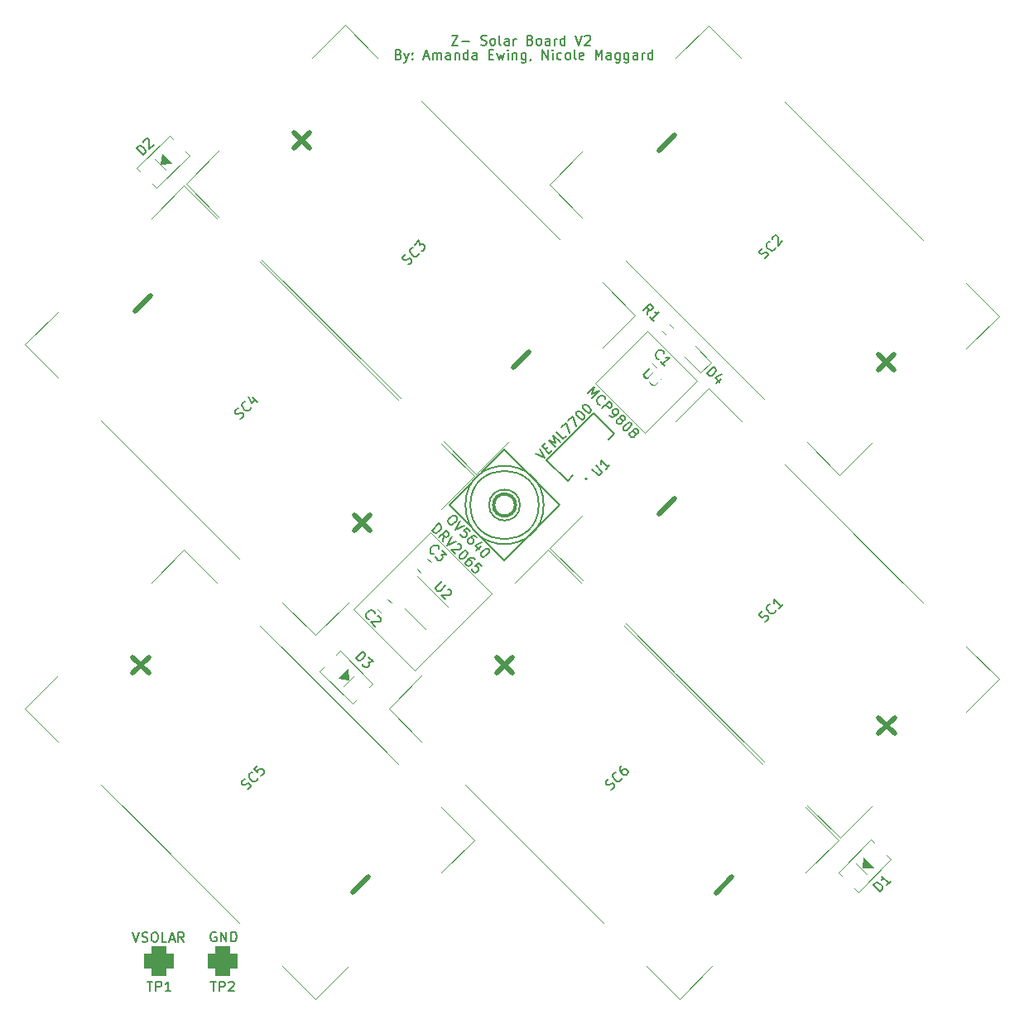
<source format=gbr>
%TF.GenerationSoftware,KiCad,Pcbnew,7.0.1*%
%TF.CreationDate,2024-01-21T14:51:42-07:00*%
%TF.ProjectId,solar-panel-side-Z,736f6c61-722d-4706-916e-656c2d736964,3.1*%
%TF.SameCoordinates,Original*%
%TF.FileFunction,Legend,Top*%
%TF.FilePolarity,Positive*%
%FSLAX46Y46*%
G04 Gerber Fmt 4.6, Leading zero omitted, Abs format (unit mm)*
G04 Created by KiCad (PCBNEW 7.0.1) date 2024-01-21 14:51:42*
%MOMM*%
%LPD*%
G01*
G04 APERTURE LIST*
G04 Aperture macros list*
%AMRoundRect*
0 Rectangle with rounded corners*
0 $1 Rounding radius*
0 $2 $3 $4 $5 $6 $7 $8 $9 X,Y pos of 4 corners*
0 Add a 4 corners polygon primitive as box body*
4,1,4,$2,$3,$4,$5,$6,$7,$8,$9,$2,$3,0*
0 Add four circle primitives for the rounded corners*
1,1,$1+$1,$2,$3*
1,1,$1+$1,$4,$5*
1,1,$1+$1,$6,$7*
1,1,$1+$1,$8,$9*
0 Add four rect primitives between the rounded corners*
20,1,$1+$1,$2,$3,$4,$5,0*
20,1,$1+$1,$4,$5,$6,$7,0*
20,1,$1+$1,$6,$7,$8,$9,0*
20,1,$1+$1,$8,$9,$2,$3,0*%
%AMRotRect*
0 Rectangle, with rotation*
0 The origin of the aperture is its center*
0 $1 length*
0 $2 width*
0 $3 Rotation angle, in degrees counterclockwise*
0 Add horizontal line*
21,1,$1,$2,0,0,$3*%
G04 Aperture macros list end*
%ADD10C,0.150000*%
%ADD11C,0.120000*%
%ADD12C,0.500000*%
%ADD13C,0.152400*%
%ADD14C,0.300000*%
%ADD15C,0.200000*%
%ADD16C,0.100000*%
%ADD17C,0.127000*%
%ADD18C,0.250000*%
%ADD19RotRect,1.730000X2.360000X315.000000*%
%ADD20RoundRect,0.087500X-0.477297X0.353553X0.353553X-0.477297X0.477297X-0.353553X-0.353553X0.477297X0*%
%ADD21C,5.250000*%
%ADD22RotRect,2.500000X1.700000X45.000000*%
%ADD23RoundRect,0.750000X0.750000X-0.750000X0.750000X0.750000X-0.750000X0.750000X-0.750000X-0.750000X0*%
%ADD24RoundRect,0.218750X0.335876X0.026517X0.026517X0.335876X-0.335876X-0.026517X-0.026517X-0.335876X0*%
%ADD25RoundRect,0.250000X0.512652X0.159099X0.159099X0.512652X-0.512652X-0.159099X-0.159099X-0.512652X0*%
%ADD26RotRect,13.000000X3.000000X45.000000*%
%ADD27RoundRect,0.200000X-0.335876X-0.053033X-0.053033X-0.335876X0.335876X0.053033X0.053033X0.335876X0*%
%ADD28RoundRect,0.075000X-0.512652X0.406586X0.406586X-0.512652X0.512652X-0.406586X-0.406586X0.512652X0*%
%ADD29RotRect,2.500000X1.700000X135.000000*%
%ADD30RotRect,1.600000X0.700000X135.000000*%
%ADD31RotRect,13.000000X3.000000X225.000000*%
G04 APERTURE END LIST*
D10*
X143706688Y-85379402D02*
X143841375Y-85514089D01*
X143841375Y-85514089D02*
X143875047Y-85615104D01*
X143875047Y-85615104D02*
X143875047Y-85749791D01*
X143875047Y-85749791D02*
X143774032Y-85918150D01*
X143774032Y-85918150D02*
X143538330Y-86153852D01*
X143538330Y-86153852D02*
X143369971Y-86254868D01*
X143369971Y-86254868D02*
X143235284Y-86254868D01*
X143235284Y-86254868D02*
X143134269Y-86221196D01*
X143134269Y-86221196D02*
X142999582Y-86086509D01*
X142999582Y-86086509D02*
X142965910Y-85985494D01*
X142965910Y-85985494D02*
X142965910Y-85850807D01*
X142965910Y-85850807D02*
X143066925Y-85682448D01*
X143066925Y-85682448D02*
X143302627Y-85446746D01*
X143302627Y-85446746D02*
X143470986Y-85345730D01*
X143470986Y-85345730D02*
X143605673Y-85345730D01*
X143605673Y-85345730D02*
X143706688Y-85379402D01*
X144211765Y-85884478D02*
X143740360Y-86827287D01*
X143740360Y-86827287D02*
X144683169Y-86355883D01*
X145255589Y-86928303D02*
X144918872Y-86591585D01*
X144918872Y-86591585D02*
X144548482Y-86894631D01*
X144548482Y-86894631D02*
X144615826Y-86894631D01*
X144615826Y-86894631D02*
X144716841Y-86928303D01*
X144716841Y-86928303D02*
X144885200Y-87096661D01*
X144885200Y-87096661D02*
X144918872Y-87197677D01*
X144918872Y-87197677D02*
X144918872Y-87265020D01*
X144918872Y-87265020D02*
X144885200Y-87366035D01*
X144885200Y-87366035D02*
X144716841Y-87534394D01*
X144716841Y-87534394D02*
X144615826Y-87568066D01*
X144615826Y-87568066D02*
X144548482Y-87568066D01*
X144548482Y-87568066D02*
X144447467Y-87534394D01*
X144447467Y-87534394D02*
X144279108Y-87366035D01*
X144279108Y-87366035D02*
X144245437Y-87265020D01*
X144245437Y-87265020D02*
X144245437Y-87197677D01*
X145895352Y-87568066D02*
X145760665Y-87433379D01*
X145760665Y-87433379D02*
X145659650Y-87399707D01*
X145659650Y-87399707D02*
X145592307Y-87399707D01*
X145592307Y-87399707D02*
X145423948Y-87433379D01*
X145423948Y-87433379D02*
X145255589Y-87534394D01*
X145255589Y-87534394D02*
X144986215Y-87803768D01*
X144986215Y-87803768D02*
X144952543Y-87904784D01*
X144952543Y-87904784D02*
X144952543Y-87972127D01*
X144952543Y-87972127D02*
X144986215Y-88073142D01*
X144986215Y-88073142D02*
X145120902Y-88207829D01*
X145120902Y-88207829D02*
X145221917Y-88241501D01*
X145221917Y-88241501D02*
X145289261Y-88241501D01*
X145289261Y-88241501D02*
X145390276Y-88207829D01*
X145390276Y-88207829D02*
X145558635Y-88039471D01*
X145558635Y-88039471D02*
X145592307Y-87938455D01*
X145592307Y-87938455D02*
X145592307Y-87871112D01*
X145592307Y-87871112D02*
X145558635Y-87770097D01*
X145558635Y-87770097D02*
X145423948Y-87635410D01*
X145423948Y-87635410D02*
X145322933Y-87601738D01*
X145322933Y-87601738D02*
X145255589Y-87601738D01*
X145255589Y-87601738D02*
X145154574Y-87635410D01*
X146333085Y-88477203D02*
X145861681Y-88948608D01*
X146434100Y-88039471D02*
X145760665Y-88376188D01*
X145760665Y-88376188D02*
X146198398Y-88813921D01*
X147073864Y-88746577D02*
X147141207Y-88813921D01*
X147141207Y-88813921D02*
X147174879Y-88914936D01*
X147174879Y-88914936D02*
X147174879Y-88982280D01*
X147174879Y-88982280D02*
X147141207Y-89083295D01*
X147141207Y-89083295D02*
X147040192Y-89251654D01*
X147040192Y-89251654D02*
X146871833Y-89420012D01*
X146871833Y-89420012D02*
X146703474Y-89521028D01*
X146703474Y-89521028D02*
X146602459Y-89554699D01*
X146602459Y-89554699D02*
X146535116Y-89554699D01*
X146535116Y-89554699D02*
X146434100Y-89521028D01*
X146434100Y-89521028D02*
X146366757Y-89453684D01*
X146366757Y-89453684D02*
X146333085Y-89352669D01*
X146333085Y-89352669D02*
X146333085Y-89285325D01*
X146333085Y-89285325D02*
X146366757Y-89184310D01*
X146366757Y-89184310D02*
X146467772Y-89015951D01*
X146467772Y-89015951D02*
X146636131Y-88847593D01*
X146636131Y-88847593D02*
X146804490Y-88746577D01*
X146804490Y-88746577D02*
X146905505Y-88712906D01*
X146905505Y-88712906D02*
X146972849Y-88712906D01*
X146972849Y-88712906D02*
X147073864Y-88746577D01*
X137921428Y-38163809D02*
X138064285Y-38211428D01*
X138064285Y-38211428D02*
X138111904Y-38259047D01*
X138111904Y-38259047D02*
X138159523Y-38354285D01*
X138159523Y-38354285D02*
X138159523Y-38497142D01*
X138159523Y-38497142D02*
X138111904Y-38592380D01*
X138111904Y-38592380D02*
X138064285Y-38640000D01*
X138064285Y-38640000D02*
X137969047Y-38687619D01*
X137969047Y-38687619D02*
X137588095Y-38687619D01*
X137588095Y-38687619D02*
X137588095Y-37687619D01*
X137588095Y-37687619D02*
X137921428Y-37687619D01*
X137921428Y-37687619D02*
X138016666Y-37735238D01*
X138016666Y-37735238D02*
X138064285Y-37782857D01*
X138064285Y-37782857D02*
X138111904Y-37878095D01*
X138111904Y-37878095D02*
X138111904Y-37973333D01*
X138111904Y-37973333D02*
X138064285Y-38068571D01*
X138064285Y-38068571D02*
X138016666Y-38116190D01*
X138016666Y-38116190D02*
X137921428Y-38163809D01*
X137921428Y-38163809D02*
X137588095Y-38163809D01*
X138492857Y-38020952D02*
X138730952Y-38687619D01*
X138969047Y-38020952D02*
X138730952Y-38687619D01*
X138730952Y-38687619D02*
X138635714Y-38925714D01*
X138635714Y-38925714D02*
X138588095Y-38973333D01*
X138588095Y-38973333D02*
X138492857Y-39020952D01*
X139350000Y-38592380D02*
X139397619Y-38640000D01*
X139397619Y-38640000D02*
X139350000Y-38687619D01*
X139350000Y-38687619D02*
X139302381Y-38640000D01*
X139302381Y-38640000D02*
X139350000Y-38592380D01*
X139350000Y-38592380D02*
X139350000Y-38687619D01*
X139350000Y-38068571D02*
X139397619Y-38116190D01*
X139397619Y-38116190D02*
X139350000Y-38163809D01*
X139350000Y-38163809D02*
X139302381Y-38116190D01*
X139302381Y-38116190D02*
X139350000Y-38068571D01*
X139350000Y-38068571D02*
X139350000Y-38163809D01*
X140540476Y-38401904D02*
X141016666Y-38401904D01*
X140445238Y-38687619D02*
X140778571Y-37687619D01*
X140778571Y-37687619D02*
X141111904Y-38687619D01*
X141445238Y-38687619D02*
X141445238Y-38020952D01*
X141445238Y-38116190D02*
X141492857Y-38068571D01*
X141492857Y-38068571D02*
X141588095Y-38020952D01*
X141588095Y-38020952D02*
X141730952Y-38020952D01*
X141730952Y-38020952D02*
X141826190Y-38068571D01*
X141826190Y-38068571D02*
X141873809Y-38163809D01*
X141873809Y-38163809D02*
X141873809Y-38687619D01*
X141873809Y-38163809D02*
X141921428Y-38068571D01*
X141921428Y-38068571D02*
X142016666Y-38020952D01*
X142016666Y-38020952D02*
X142159523Y-38020952D01*
X142159523Y-38020952D02*
X142254762Y-38068571D01*
X142254762Y-38068571D02*
X142302381Y-38163809D01*
X142302381Y-38163809D02*
X142302381Y-38687619D01*
X143207142Y-38687619D02*
X143207142Y-38163809D01*
X143207142Y-38163809D02*
X143159523Y-38068571D01*
X143159523Y-38068571D02*
X143064285Y-38020952D01*
X143064285Y-38020952D02*
X142873809Y-38020952D01*
X142873809Y-38020952D02*
X142778571Y-38068571D01*
X143207142Y-38640000D02*
X143111904Y-38687619D01*
X143111904Y-38687619D02*
X142873809Y-38687619D01*
X142873809Y-38687619D02*
X142778571Y-38640000D01*
X142778571Y-38640000D02*
X142730952Y-38544761D01*
X142730952Y-38544761D02*
X142730952Y-38449523D01*
X142730952Y-38449523D02*
X142778571Y-38354285D01*
X142778571Y-38354285D02*
X142873809Y-38306666D01*
X142873809Y-38306666D02*
X143111904Y-38306666D01*
X143111904Y-38306666D02*
X143207142Y-38259047D01*
X143683333Y-38020952D02*
X143683333Y-38687619D01*
X143683333Y-38116190D02*
X143730952Y-38068571D01*
X143730952Y-38068571D02*
X143826190Y-38020952D01*
X143826190Y-38020952D02*
X143969047Y-38020952D01*
X143969047Y-38020952D02*
X144064285Y-38068571D01*
X144064285Y-38068571D02*
X144111904Y-38163809D01*
X144111904Y-38163809D02*
X144111904Y-38687619D01*
X145016666Y-38687619D02*
X145016666Y-37687619D01*
X145016666Y-38640000D02*
X144921428Y-38687619D01*
X144921428Y-38687619D02*
X144730952Y-38687619D01*
X144730952Y-38687619D02*
X144635714Y-38640000D01*
X144635714Y-38640000D02*
X144588095Y-38592380D01*
X144588095Y-38592380D02*
X144540476Y-38497142D01*
X144540476Y-38497142D02*
X144540476Y-38211428D01*
X144540476Y-38211428D02*
X144588095Y-38116190D01*
X144588095Y-38116190D02*
X144635714Y-38068571D01*
X144635714Y-38068571D02*
X144730952Y-38020952D01*
X144730952Y-38020952D02*
X144921428Y-38020952D01*
X144921428Y-38020952D02*
X145016666Y-38068571D01*
X145921428Y-38687619D02*
X145921428Y-38163809D01*
X145921428Y-38163809D02*
X145873809Y-38068571D01*
X145873809Y-38068571D02*
X145778571Y-38020952D01*
X145778571Y-38020952D02*
X145588095Y-38020952D01*
X145588095Y-38020952D02*
X145492857Y-38068571D01*
X145921428Y-38640000D02*
X145826190Y-38687619D01*
X145826190Y-38687619D02*
X145588095Y-38687619D01*
X145588095Y-38687619D02*
X145492857Y-38640000D01*
X145492857Y-38640000D02*
X145445238Y-38544761D01*
X145445238Y-38544761D02*
X145445238Y-38449523D01*
X145445238Y-38449523D02*
X145492857Y-38354285D01*
X145492857Y-38354285D02*
X145588095Y-38306666D01*
X145588095Y-38306666D02*
X145826190Y-38306666D01*
X145826190Y-38306666D02*
X145921428Y-38259047D01*
X147159524Y-38163809D02*
X147492857Y-38163809D01*
X147635714Y-38687619D02*
X147159524Y-38687619D01*
X147159524Y-38687619D02*
X147159524Y-37687619D01*
X147159524Y-37687619D02*
X147635714Y-37687619D01*
X147969048Y-38020952D02*
X148159524Y-38687619D01*
X148159524Y-38687619D02*
X148350000Y-38211428D01*
X148350000Y-38211428D02*
X148540476Y-38687619D01*
X148540476Y-38687619D02*
X148730952Y-38020952D01*
X149111905Y-38687619D02*
X149111905Y-38020952D01*
X149111905Y-37687619D02*
X149064286Y-37735238D01*
X149064286Y-37735238D02*
X149111905Y-37782857D01*
X149111905Y-37782857D02*
X149159524Y-37735238D01*
X149159524Y-37735238D02*
X149111905Y-37687619D01*
X149111905Y-37687619D02*
X149111905Y-37782857D01*
X149588095Y-38020952D02*
X149588095Y-38687619D01*
X149588095Y-38116190D02*
X149635714Y-38068571D01*
X149635714Y-38068571D02*
X149730952Y-38020952D01*
X149730952Y-38020952D02*
X149873809Y-38020952D01*
X149873809Y-38020952D02*
X149969047Y-38068571D01*
X149969047Y-38068571D02*
X150016666Y-38163809D01*
X150016666Y-38163809D02*
X150016666Y-38687619D01*
X150921428Y-38020952D02*
X150921428Y-38830476D01*
X150921428Y-38830476D02*
X150873809Y-38925714D01*
X150873809Y-38925714D02*
X150826190Y-38973333D01*
X150826190Y-38973333D02*
X150730952Y-39020952D01*
X150730952Y-39020952D02*
X150588095Y-39020952D01*
X150588095Y-39020952D02*
X150492857Y-38973333D01*
X150921428Y-38640000D02*
X150826190Y-38687619D01*
X150826190Y-38687619D02*
X150635714Y-38687619D01*
X150635714Y-38687619D02*
X150540476Y-38640000D01*
X150540476Y-38640000D02*
X150492857Y-38592380D01*
X150492857Y-38592380D02*
X150445238Y-38497142D01*
X150445238Y-38497142D02*
X150445238Y-38211428D01*
X150445238Y-38211428D02*
X150492857Y-38116190D01*
X150492857Y-38116190D02*
X150540476Y-38068571D01*
X150540476Y-38068571D02*
X150635714Y-38020952D01*
X150635714Y-38020952D02*
X150826190Y-38020952D01*
X150826190Y-38020952D02*
X150921428Y-38068571D01*
X151445238Y-38640000D02*
X151445238Y-38687619D01*
X151445238Y-38687619D02*
X151397619Y-38782857D01*
X151397619Y-38782857D02*
X151350000Y-38830476D01*
X152635714Y-38687619D02*
X152635714Y-37687619D01*
X152635714Y-37687619D02*
X153207142Y-38687619D01*
X153207142Y-38687619D02*
X153207142Y-37687619D01*
X153683333Y-38687619D02*
X153683333Y-38020952D01*
X153683333Y-37687619D02*
X153635714Y-37735238D01*
X153635714Y-37735238D02*
X153683333Y-37782857D01*
X153683333Y-37782857D02*
X153730952Y-37735238D01*
X153730952Y-37735238D02*
X153683333Y-37687619D01*
X153683333Y-37687619D02*
X153683333Y-37782857D01*
X154588094Y-38640000D02*
X154492856Y-38687619D01*
X154492856Y-38687619D02*
X154302380Y-38687619D01*
X154302380Y-38687619D02*
X154207142Y-38640000D01*
X154207142Y-38640000D02*
X154159523Y-38592380D01*
X154159523Y-38592380D02*
X154111904Y-38497142D01*
X154111904Y-38497142D02*
X154111904Y-38211428D01*
X154111904Y-38211428D02*
X154159523Y-38116190D01*
X154159523Y-38116190D02*
X154207142Y-38068571D01*
X154207142Y-38068571D02*
X154302380Y-38020952D01*
X154302380Y-38020952D02*
X154492856Y-38020952D01*
X154492856Y-38020952D02*
X154588094Y-38068571D01*
X155159523Y-38687619D02*
X155064285Y-38640000D01*
X155064285Y-38640000D02*
X155016666Y-38592380D01*
X155016666Y-38592380D02*
X154969047Y-38497142D01*
X154969047Y-38497142D02*
X154969047Y-38211428D01*
X154969047Y-38211428D02*
X155016666Y-38116190D01*
X155016666Y-38116190D02*
X155064285Y-38068571D01*
X155064285Y-38068571D02*
X155159523Y-38020952D01*
X155159523Y-38020952D02*
X155302380Y-38020952D01*
X155302380Y-38020952D02*
X155397618Y-38068571D01*
X155397618Y-38068571D02*
X155445237Y-38116190D01*
X155445237Y-38116190D02*
X155492856Y-38211428D01*
X155492856Y-38211428D02*
X155492856Y-38497142D01*
X155492856Y-38497142D02*
X155445237Y-38592380D01*
X155445237Y-38592380D02*
X155397618Y-38640000D01*
X155397618Y-38640000D02*
X155302380Y-38687619D01*
X155302380Y-38687619D02*
X155159523Y-38687619D01*
X156064285Y-38687619D02*
X155969047Y-38640000D01*
X155969047Y-38640000D02*
X155921428Y-38544761D01*
X155921428Y-38544761D02*
X155921428Y-37687619D01*
X156826190Y-38640000D02*
X156730952Y-38687619D01*
X156730952Y-38687619D02*
X156540476Y-38687619D01*
X156540476Y-38687619D02*
X156445238Y-38640000D01*
X156445238Y-38640000D02*
X156397619Y-38544761D01*
X156397619Y-38544761D02*
X156397619Y-38163809D01*
X156397619Y-38163809D02*
X156445238Y-38068571D01*
X156445238Y-38068571D02*
X156540476Y-38020952D01*
X156540476Y-38020952D02*
X156730952Y-38020952D01*
X156730952Y-38020952D02*
X156826190Y-38068571D01*
X156826190Y-38068571D02*
X156873809Y-38163809D01*
X156873809Y-38163809D02*
X156873809Y-38259047D01*
X156873809Y-38259047D02*
X156397619Y-38354285D01*
X158064286Y-38687619D02*
X158064286Y-37687619D01*
X158064286Y-37687619D02*
X158397619Y-38401904D01*
X158397619Y-38401904D02*
X158730952Y-37687619D01*
X158730952Y-37687619D02*
X158730952Y-38687619D01*
X159635714Y-38687619D02*
X159635714Y-38163809D01*
X159635714Y-38163809D02*
X159588095Y-38068571D01*
X159588095Y-38068571D02*
X159492857Y-38020952D01*
X159492857Y-38020952D02*
X159302381Y-38020952D01*
X159302381Y-38020952D02*
X159207143Y-38068571D01*
X159635714Y-38640000D02*
X159540476Y-38687619D01*
X159540476Y-38687619D02*
X159302381Y-38687619D01*
X159302381Y-38687619D02*
X159207143Y-38640000D01*
X159207143Y-38640000D02*
X159159524Y-38544761D01*
X159159524Y-38544761D02*
X159159524Y-38449523D01*
X159159524Y-38449523D02*
X159207143Y-38354285D01*
X159207143Y-38354285D02*
X159302381Y-38306666D01*
X159302381Y-38306666D02*
X159540476Y-38306666D01*
X159540476Y-38306666D02*
X159635714Y-38259047D01*
X160540476Y-38020952D02*
X160540476Y-38830476D01*
X160540476Y-38830476D02*
X160492857Y-38925714D01*
X160492857Y-38925714D02*
X160445238Y-38973333D01*
X160445238Y-38973333D02*
X160350000Y-39020952D01*
X160350000Y-39020952D02*
X160207143Y-39020952D01*
X160207143Y-39020952D02*
X160111905Y-38973333D01*
X160540476Y-38640000D02*
X160445238Y-38687619D01*
X160445238Y-38687619D02*
X160254762Y-38687619D01*
X160254762Y-38687619D02*
X160159524Y-38640000D01*
X160159524Y-38640000D02*
X160111905Y-38592380D01*
X160111905Y-38592380D02*
X160064286Y-38497142D01*
X160064286Y-38497142D02*
X160064286Y-38211428D01*
X160064286Y-38211428D02*
X160111905Y-38116190D01*
X160111905Y-38116190D02*
X160159524Y-38068571D01*
X160159524Y-38068571D02*
X160254762Y-38020952D01*
X160254762Y-38020952D02*
X160445238Y-38020952D01*
X160445238Y-38020952D02*
X160540476Y-38068571D01*
X161445238Y-38020952D02*
X161445238Y-38830476D01*
X161445238Y-38830476D02*
X161397619Y-38925714D01*
X161397619Y-38925714D02*
X161350000Y-38973333D01*
X161350000Y-38973333D02*
X161254762Y-39020952D01*
X161254762Y-39020952D02*
X161111905Y-39020952D01*
X161111905Y-39020952D02*
X161016667Y-38973333D01*
X161445238Y-38640000D02*
X161350000Y-38687619D01*
X161350000Y-38687619D02*
X161159524Y-38687619D01*
X161159524Y-38687619D02*
X161064286Y-38640000D01*
X161064286Y-38640000D02*
X161016667Y-38592380D01*
X161016667Y-38592380D02*
X160969048Y-38497142D01*
X160969048Y-38497142D02*
X160969048Y-38211428D01*
X160969048Y-38211428D02*
X161016667Y-38116190D01*
X161016667Y-38116190D02*
X161064286Y-38068571D01*
X161064286Y-38068571D02*
X161159524Y-38020952D01*
X161159524Y-38020952D02*
X161350000Y-38020952D01*
X161350000Y-38020952D02*
X161445238Y-38068571D01*
X162350000Y-38687619D02*
X162350000Y-38163809D01*
X162350000Y-38163809D02*
X162302381Y-38068571D01*
X162302381Y-38068571D02*
X162207143Y-38020952D01*
X162207143Y-38020952D02*
X162016667Y-38020952D01*
X162016667Y-38020952D02*
X161921429Y-38068571D01*
X162350000Y-38640000D02*
X162254762Y-38687619D01*
X162254762Y-38687619D02*
X162016667Y-38687619D01*
X162016667Y-38687619D02*
X161921429Y-38640000D01*
X161921429Y-38640000D02*
X161873810Y-38544761D01*
X161873810Y-38544761D02*
X161873810Y-38449523D01*
X161873810Y-38449523D02*
X161921429Y-38354285D01*
X161921429Y-38354285D02*
X162016667Y-38306666D01*
X162016667Y-38306666D02*
X162254762Y-38306666D01*
X162254762Y-38306666D02*
X162350000Y-38259047D01*
X162826191Y-38687619D02*
X162826191Y-38020952D01*
X162826191Y-38211428D02*
X162873810Y-38116190D01*
X162873810Y-38116190D02*
X162921429Y-38068571D01*
X162921429Y-38068571D02*
X163016667Y-38020952D01*
X163016667Y-38020952D02*
X163111905Y-38020952D01*
X163873810Y-38687619D02*
X163873810Y-37687619D01*
X163873810Y-38640000D02*
X163778572Y-38687619D01*
X163778572Y-38687619D02*
X163588096Y-38687619D01*
X163588096Y-38687619D02*
X163492858Y-38640000D01*
X163492858Y-38640000D02*
X163445239Y-38592380D01*
X163445239Y-38592380D02*
X163397620Y-38497142D01*
X163397620Y-38497142D02*
X163397620Y-38211428D01*
X163397620Y-38211428D02*
X163445239Y-38116190D01*
X163445239Y-38116190D02*
X163492858Y-38068571D01*
X163492858Y-38068571D02*
X163588096Y-38020952D01*
X163588096Y-38020952D02*
X163778572Y-38020952D01*
X163778572Y-38020952D02*
X163873810Y-38068571D01*
X143332857Y-36227619D02*
X143999523Y-36227619D01*
X143999523Y-36227619D02*
X143332857Y-37227619D01*
X143332857Y-37227619D02*
X143999523Y-37227619D01*
X144380476Y-36846666D02*
X145142381Y-36846666D01*
X146332857Y-37180000D02*
X146475714Y-37227619D01*
X146475714Y-37227619D02*
X146713809Y-37227619D01*
X146713809Y-37227619D02*
X146809047Y-37180000D01*
X146809047Y-37180000D02*
X146856666Y-37132380D01*
X146856666Y-37132380D02*
X146904285Y-37037142D01*
X146904285Y-37037142D02*
X146904285Y-36941904D01*
X146904285Y-36941904D02*
X146856666Y-36846666D01*
X146856666Y-36846666D02*
X146809047Y-36799047D01*
X146809047Y-36799047D02*
X146713809Y-36751428D01*
X146713809Y-36751428D02*
X146523333Y-36703809D01*
X146523333Y-36703809D02*
X146428095Y-36656190D01*
X146428095Y-36656190D02*
X146380476Y-36608571D01*
X146380476Y-36608571D02*
X146332857Y-36513333D01*
X146332857Y-36513333D02*
X146332857Y-36418095D01*
X146332857Y-36418095D02*
X146380476Y-36322857D01*
X146380476Y-36322857D02*
X146428095Y-36275238D01*
X146428095Y-36275238D02*
X146523333Y-36227619D01*
X146523333Y-36227619D02*
X146761428Y-36227619D01*
X146761428Y-36227619D02*
X146904285Y-36275238D01*
X147475714Y-37227619D02*
X147380476Y-37180000D01*
X147380476Y-37180000D02*
X147332857Y-37132380D01*
X147332857Y-37132380D02*
X147285238Y-37037142D01*
X147285238Y-37037142D02*
X147285238Y-36751428D01*
X147285238Y-36751428D02*
X147332857Y-36656190D01*
X147332857Y-36656190D02*
X147380476Y-36608571D01*
X147380476Y-36608571D02*
X147475714Y-36560952D01*
X147475714Y-36560952D02*
X147618571Y-36560952D01*
X147618571Y-36560952D02*
X147713809Y-36608571D01*
X147713809Y-36608571D02*
X147761428Y-36656190D01*
X147761428Y-36656190D02*
X147809047Y-36751428D01*
X147809047Y-36751428D02*
X147809047Y-37037142D01*
X147809047Y-37037142D02*
X147761428Y-37132380D01*
X147761428Y-37132380D02*
X147713809Y-37180000D01*
X147713809Y-37180000D02*
X147618571Y-37227619D01*
X147618571Y-37227619D02*
X147475714Y-37227619D01*
X148380476Y-37227619D02*
X148285238Y-37180000D01*
X148285238Y-37180000D02*
X148237619Y-37084761D01*
X148237619Y-37084761D02*
X148237619Y-36227619D01*
X149190000Y-37227619D02*
X149190000Y-36703809D01*
X149190000Y-36703809D02*
X149142381Y-36608571D01*
X149142381Y-36608571D02*
X149047143Y-36560952D01*
X149047143Y-36560952D02*
X148856667Y-36560952D01*
X148856667Y-36560952D02*
X148761429Y-36608571D01*
X149190000Y-37180000D02*
X149094762Y-37227619D01*
X149094762Y-37227619D02*
X148856667Y-37227619D01*
X148856667Y-37227619D02*
X148761429Y-37180000D01*
X148761429Y-37180000D02*
X148713810Y-37084761D01*
X148713810Y-37084761D02*
X148713810Y-36989523D01*
X148713810Y-36989523D02*
X148761429Y-36894285D01*
X148761429Y-36894285D02*
X148856667Y-36846666D01*
X148856667Y-36846666D02*
X149094762Y-36846666D01*
X149094762Y-36846666D02*
X149190000Y-36799047D01*
X149666191Y-37227619D02*
X149666191Y-36560952D01*
X149666191Y-36751428D02*
X149713810Y-36656190D01*
X149713810Y-36656190D02*
X149761429Y-36608571D01*
X149761429Y-36608571D02*
X149856667Y-36560952D01*
X149856667Y-36560952D02*
X149951905Y-36560952D01*
X151380477Y-36703809D02*
X151523334Y-36751428D01*
X151523334Y-36751428D02*
X151570953Y-36799047D01*
X151570953Y-36799047D02*
X151618572Y-36894285D01*
X151618572Y-36894285D02*
X151618572Y-37037142D01*
X151618572Y-37037142D02*
X151570953Y-37132380D01*
X151570953Y-37132380D02*
X151523334Y-37180000D01*
X151523334Y-37180000D02*
X151428096Y-37227619D01*
X151428096Y-37227619D02*
X151047144Y-37227619D01*
X151047144Y-37227619D02*
X151047144Y-36227619D01*
X151047144Y-36227619D02*
X151380477Y-36227619D01*
X151380477Y-36227619D02*
X151475715Y-36275238D01*
X151475715Y-36275238D02*
X151523334Y-36322857D01*
X151523334Y-36322857D02*
X151570953Y-36418095D01*
X151570953Y-36418095D02*
X151570953Y-36513333D01*
X151570953Y-36513333D02*
X151523334Y-36608571D01*
X151523334Y-36608571D02*
X151475715Y-36656190D01*
X151475715Y-36656190D02*
X151380477Y-36703809D01*
X151380477Y-36703809D02*
X151047144Y-36703809D01*
X152190001Y-37227619D02*
X152094763Y-37180000D01*
X152094763Y-37180000D02*
X152047144Y-37132380D01*
X152047144Y-37132380D02*
X151999525Y-37037142D01*
X151999525Y-37037142D02*
X151999525Y-36751428D01*
X151999525Y-36751428D02*
X152047144Y-36656190D01*
X152047144Y-36656190D02*
X152094763Y-36608571D01*
X152094763Y-36608571D02*
X152190001Y-36560952D01*
X152190001Y-36560952D02*
X152332858Y-36560952D01*
X152332858Y-36560952D02*
X152428096Y-36608571D01*
X152428096Y-36608571D02*
X152475715Y-36656190D01*
X152475715Y-36656190D02*
X152523334Y-36751428D01*
X152523334Y-36751428D02*
X152523334Y-37037142D01*
X152523334Y-37037142D02*
X152475715Y-37132380D01*
X152475715Y-37132380D02*
X152428096Y-37180000D01*
X152428096Y-37180000D02*
X152332858Y-37227619D01*
X152332858Y-37227619D02*
X152190001Y-37227619D01*
X153380477Y-37227619D02*
X153380477Y-36703809D01*
X153380477Y-36703809D02*
X153332858Y-36608571D01*
X153332858Y-36608571D02*
X153237620Y-36560952D01*
X153237620Y-36560952D02*
X153047144Y-36560952D01*
X153047144Y-36560952D02*
X152951906Y-36608571D01*
X153380477Y-37180000D02*
X153285239Y-37227619D01*
X153285239Y-37227619D02*
X153047144Y-37227619D01*
X153047144Y-37227619D02*
X152951906Y-37180000D01*
X152951906Y-37180000D02*
X152904287Y-37084761D01*
X152904287Y-37084761D02*
X152904287Y-36989523D01*
X152904287Y-36989523D02*
X152951906Y-36894285D01*
X152951906Y-36894285D02*
X153047144Y-36846666D01*
X153047144Y-36846666D02*
X153285239Y-36846666D01*
X153285239Y-36846666D02*
X153380477Y-36799047D01*
X153856668Y-37227619D02*
X153856668Y-36560952D01*
X153856668Y-36751428D02*
X153904287Y-36656190D01*
X153904287Y-36656190D02*
X153951906Y-36608571D01*
X153951906Y-36608571D02*
X154047144Y-36560952D01*
X154047144Y-36560952D02*
X154142382Y-36560952D01*
X154904287Y-37227619D02*
X154904287Y-36227619D01*
X154904287Y-37180000D02*
X154809049Y-37227619D01*
X154809049Y-37227619D02*
X154618573Y-37227619D01*
X154618573Y-37227619D02*
X154523335Y-37180000D01*
X154523335Y-37180000D02*
X154475716Y-37132380D01*
X154475716Y-37132380D02*
X154428097Y-37037142D01*
X154428097Y-37037142D02*
X154428097Y-36751428D01*
X154428097Y-36751428D02*
X154475716Y-36656190D01*
X154475716Y-36656190D02*
X154523335Y-36608571D01*
X154523335Y-36608571D02*
X154618573Y-36560952D01*
X154618573Y-36560952D02*
X154809049Y-36560952D01*
X154809049Y-36560952D02*
X154904287Y-36608571D01*
X155999526Y-36227619D02*
X156332859Y-37227619D01*
X156332859Y-37227619D02*
X156666192Y-36227619D01*
X156951907Y-36322857D02*
X156999526Y-36275238D01*
X156999526Y-36275238D02*
X157094764Y-36227619D01*
X157094764Y-36227619D02*
X157332859Y-36227619D01*
X157332859Y-36227619D02*
X157428097Y-36275238D01*
X157428097Y-36275238D02*
X157475716Y-36322857D01*
X157475716Y-36322857D02*
X157523335Y-36418095D01*
X157523335Y-36418095D02*
X157523335Y-36513333D01*
X157523335Y-36513333D02*
X157475716Y-36656190D01*
X157475716Y-36656190D02*
X156904288Y-37227619D01*
X156904288Y-37227619D02*
X157523335Y-37227619D01*
D11*
X168422537Y-71580815D02*
X163126307Y-76877045D01*
X158028067Y-71778805D01*
X163324297Y-66482575D01*
X168422537Y-71580815D01*
X147417170Y-93332830D02*
X139540000Y-101210000D01*
X133271481Y-94941481D01*
X141148650Y-87064311D01*
X147417170Y-93332830D01*
D10*
X119248095Y-127960238D02*
X119152857Y-127912619D01*
X119152857Y-127912619D02*
X119010000Y-127912619D01*
X119010000Y-127912619D02*
X118867143Y-127960238D01*
X118867143Y-127960238D02*
X118771905Y-128055476D01*
X118771905Y-128055476D02*
X118724286Y-128150714D01*
X118724286Y-128150714D02*
X118676667Y-128341190D01*
X118676667Y-128341190D02*
X118676667Y-128484047D01*
X118676667Y-128484047D02*
X118724286Y-128674523D01*
X118724286Y-128674523D02*
X118771905Y-128769761D01*
X118771905Y-128769761D02*
X118867143Y-128865000D01*
X118867143Y-128865000D02*
X119010000Y-128912619D01*
X119010000Y-128912619D02*
X119105238Y-128912619D01*
X119105238Y-128912619D02*
X119248095Y-128865000D01*
X119248095Y-128865000D02*
X119295714Y-128817380D01*
X119295714Y-128817380D02*
X119295714Y-128484047D01*
X119295714Y-128484047D02*
X119105238Y-128484047D01*
X119724286Y-128912619D02*
X119724286Y-127912619D01*
X119724286Y-127912619D02*
X120295714Y-128912619D01*
X120295714Y-128912619D02*
X120295714Y-127912619D01*
X120771905Y-128912619D02*
X120771905Y-127912619D01*
X120771905Y-127912619D02*
X121010000Y-127912619D01*
X121010000Y-127912619D02*
X121152857Y-127960238D01*
X121152857Y-127960238D02*
X121248095Y-128055476D01*
X121248095Y-128055476D02*
X121295714Y-128150714D01*
X121295714Y-128150714D02*
X121343333Y-128341190D01*
X121343333Y-128341190D02*
X121343333Y-128484047D01*
X121343333Y-128484047D02*
X121295714Y-128674523D01*
X121295714Y-128674523D02*
X121248095Y-128769761D01*
X121248095Y-128769761D02*
X121152857Y-128865000D01*
X121152857Y-128865000D02*
X121010000Y-128912619D01*
X121010000Y-128912619D02*
X120771905Y-128912619D01*
X151897289Y-78972739D02*
X152840098Y-79444143D01*
X152840098Y-79444143D02*
X152368693Y-78501334D01*
X152941113Y-78602349D02*
X153176815Y-78366647D01*
X153648220Y-78636021D02*
X153311502Y-78972739D01*
X153311502Y-78972739D02*
X152604396Y-78265632D01*
X152604396Y-78265632D02*
X152941113Y-77928914D01*
X153951266Y-78332975D02*
X153244159Y-77625869D01*
X153244159Y-77625869D02*
X153984938Y-77895243D01*
X153984938Y-77895243D02*
X153715564Y-77154464D01*
X153715564Y-77154464D02*
X154422670Y-77861571D01*
X155096105Y-77188136D02*
X154759388Y-77524853D01*
X154759388Y-77524853D02*
X154052281Y-76817747D01*
X154557357Y-76312670D02*
X155028762Y-75841266D01*
X155028762Y-75841266D02*
X155432823Y-76851418D01*
X155230792Y-75639235D02*
X155702197Y-75167831D01*
X155702197Y-75167831D02*
X156106258Y-76177983D01*
X156106258Y-74763770D02*
X156173601Y-74696426D01*
X156173601Y-74696426D02*
X156274617Y-74662754D01*
X156274617Y-74662754D02*
X156341960Y-74662754D01*
X156341960Y-74662754D02*
X156442975Y-74696426D01*
X156442975Y-74696426D02*
X156611334Y-74797441D01*
X156611334Y-74797441D02*
X156779693Y-74965800D01*
X156779693Y-74965800D02*
X156880708Y-75134159D01*
X156880708Y-75134159D02*
X156914380Y-75235174D01*
X156914380Y-75235174D02*
X156914380Y-75302518D01*
X156914380Y-75302518D02*
X156880708Y-75403533D01*
X156880708Y-75403533D02*
X156813365Y-75470876D01*
X156813365Y-75470876D02*
X156712349Y-75504548D01*
X156712349Y-75504548D02*
X156645006Y-75504548D01*
X156645006Y-75504548D02*
X156543991Y-75470876D01*
X156543991Y-75470876D02*
X156375632Y-75369861D01*
X156375632Y-75369861D02*
X156207273Y-75201502D01*
X156207273Y-75201502D02*
X156106258Y-75033144D01*
X156106258Y-75033144D02*
X156072586Y-74932128D01*
X156072586Y-74932128D02*
X156072586Y-74864785D01*
X156072586Y-74864785D02*
X156106258Y-74763770D01*
X156779693Y-74090335D02*
X156847037Y-74022991D01*
X156847037Y-74022991D02*
X156948052Y-73989319D01*
X156948052Y-73989319D02*
X157015395Y-73989319D01*
X157015395Y-73989319D02*
X157116411Y-74022991D01*
X157116411Y-74022991D02*
X157284769Y-74124006D01*
X157284769Y-74124006D02*
X157453128Y-74292365D01*
X157453128Y-74292365D02*
X157554143Y-74460724D01*
X157554143Y-74460724D02*
X157587815Y-74561739D01*
X157587815Y-74561739D02*
X157587815Y-74629083D01*
X157587815Y-74629083D02*
X157554143Y-74730098D01*
X157554143Y-74730098D02*
X157486800Y-74797441D01*
X157486800Y-74797441D02*
X157385785Y-74831113D01*
X157385785Y-74831113D02*
X157318441Y-74831113D01*
X157318441Y-74831113D02*
X157217426Y-74797441D01*
X157217426Y-74797441D02*
X157049067Y-74696426D01*
X157049067Y-74696426D02*
X156880708Y-74528067D01*
X156880708Y-74528067D02*
X156779693Y-74359709D01*
X156779693Y-74359709D02*
X156746021Y-74258693D01*
X156746021Y-74258693D02*
X156746021Y-74191350D01*
X156746021Y-74191350D02*
X156779693Y-74090335D01*
X157223200Y-72837442D02*
X157930306Y-72130335D01*
X157930306Y-72130335D02*
X157660932Y-72871114D01*
X157660932Y-72871114D02*
X158401711Y-72601740D01*
X158401711Y-72601740D02*
X157694604Y-73308846D01*
X158502726Y-73982281D02*
X158435383Y-73982281D01*
X158435383Y-73982281D02*
X158300696Y-73914938D01*
X158300696Y-73914938D02*
X158233352Y-73847594D01*
X158233352Y-73847594D02*
X158166009Y-73712907D01*
X158166009Y-73712907D02*
X158166009Y-73578220D01*
X158166009Y-73578220D02*
X158199680Y-73477205D01*
X158199680Y-73477205D02*
X158300696Y-73308846D01*
X158300696Y-73308846D02*
X158401711Y-73207831D01*
X158401711Y-73207831D02*
X158570070Y-73106816D01*
X158570070Y-73106816D02*
X158671085Y-73073144D01*
X158671085Y-73073144D02*
X158805772Y-73073144D01*
X158805772Y-73073144D02*
X158940459Y-73140487D01*
X158940459Y-73140487D02*
X159007802Y-73207831D01*
X159007802Y-73207831D02*
X159075146Y-73342518D01*
X159075146Y-73342518D02*
X159075146Y-73409861D01*
X158738428Y-74352671D02*
X159445535Y-73645564D01*
X159445535Y-73645564D02*
X159714909Y-73914938D01*
X159714909Y-73914938D02*
X159748581Y-74015953D01*
X159748581Y-74015953D02*
X159748581Y-74083297D01*
X159748581Y-74083297D02*
X159714909Y-74184312D01*
X159714909Y-74184312D02*
X159613894Y-74285327D01*
X159613894Y-74285327D02*
X159512879Y-74318999D01*
X159512879Y-74318999D02*
X159445535Y-74318999D01*
X159445535Y-74318999D02*
X159344520Y-74285327D01*
X159344520Y-74285327D02*
X159075146Y-74015953D01*
X159479207Y-75093449D02*
X159613894Y-75228136D01*
X159613894Y-75228136D02*
X159714909Y-75261808D01*
X159714909Y-75261808D02*
X159782253Y-75261808D01*
X159782253Y-75261808D02*
X159950611Y-75228136D01*
X159950611Y-75228136D02*
X160118970Y-75127121D01*
X160118970Y-75127121D02*
X160388344Y-74857747D01*
X160388344Y-74857747D02*
X160422016Y-74756732D01*
X160422016Y-74756732D02*
X160422016Y-74689388D01*
X160422016Y-74689388D02*
X160388344Y-74588373D01*
X160388344Y-74588373D02*
X160253657Y-74453686D01*
X160253657Y-74453686D02*
X160152642Y-74420014D01*
X160152642Y-74420014D02*
X160085298Y-74420014D01*
X160085298Y-74420014D02*
X159984283Y-74453686D01*
X159984283Y-74453686D02*
X159815924Y-74622045D01*
X159815924Y-74622045D02*
X159782253Y-74723060D01*
X159782253Y-74723060D02*
X159782253Y-74790403D01*
X159782253Y-74790403D02*
X159815924Y-74891419D01*
X159815924Y-74891419D02*
X159950611Y-75026106D01*
X159950611Y-75026106D02*
X160051627Y-75059777D01*
X160051627Y-75059777D02*
X160118970Y-75059777D01*
X160118970Y-75059777D02*
X160219985Y-75026106D01*
X160624047Y-75430167D02*
X160590375Y-75329151D01*
X160590375Y-75329151D02*
X160590375Y-75261808D01*
X160590375Y-75261808D02*
X160624047Y-75160793D01*
X160624047Y-75160793D02*
X160657718Y-75127121D01*
X160657718Y-75127121D02*
X160758734Y-75093449D01*
X160758734Y-75093449D02*
X160826077Y-75093449D01*
X160826077Y-75093449D02*
X160927092Y-75127121D01*
X160927092Y-75127121D02*
X161061779Y-75261808D01*
X161061779Y-75261808D02*
X161095451Y-75362823D01*
X161095451Y-75362823D02*
X161095451Y-75430167D01*
X161095451Y-75430167D02*
X161061779Y-75531182D01*
X161061779Y-75531182D02*
X161028108Y-75564854D01*
X161028108Y-75564854D02*
X160927092Y-75598525D01*
X160927092Y-75598525D02*
X160859749Y-75598525D01*
X160859749Y-75598525D02*
X160758734Y-75564854D01*
X160758734Y-75564854D02*
X160624047Y-75430167D01*
X160624047Y-75430167D02*
X160523031Y-75396495D01*
X160523031Y-75396495D02*
X160455688Y-75396495D01*
X160455688Y-75396495D02*
X160354672Y-75430167D01*
X160354672Y-75430167D02*
X160219985Y-75564854D01*
X160219985Y-75564854D02*
X160186314Y-75665869D01*
X160186314Y-75665869D02*
X160186314Y-75733212D01*
X160186314Y-75733212D02*
X160219985Y-75834228D01*
X160219985Y-75834228D02*
X160354672Y-75968915D01*
X160354672Y-75968915D02*
X160455688Y-76002586D01*
X160455688Y-76002586D02*
X160523031Y-76002586D01*
X160523031Y-76002586D02*
X160624047Y-75968915D01*
X160624047Y-75968915D02*
X160758734Y-75834228D01*
X160758734Y-75834228D02*
X160792405Y-75733212D01*
X160792405Y-75733212D02*
X160792405Y-75665869D01*
X160792405Y-75665869D02*
X160758734Y-75564854D01*
X161634199Y-75834228D02*
X161701543Y-75901571D01*
X161701543Y-75901571D02*
X161735214Y-76002586D01*
X161735214Y-76002586D02*
X161735214Y-76069930D01*
X161735214Y-76069930D02*
X161701543Y-76170945D01*
X161701543Y-76170945D02*
X161600527Y-76339304D01*
X161600527Y-76339304D02*
X161432169Y-76507663D01*
X161432169Y-76507663D02*
X161263810Y-76608678D01*
X161263810Y-76608678D02*
X161162795Y-76642350D01*
X161162795Y-76642350D02*
X161095451Y-76642350D01*
X161095451Y-76642350D02*
X160994436Y-76608678D01*
X160994436Y-76608678D02*
X160927092Y-76541334D01*
X160927092Y-76541334D02*
X160893421Y-76440319D01*
X160893421Y-76440319D02*
X160893421Y-76372976D01*
X160893421Y-76372976D02*
X160927092Y-76271960D01*
X160927092Y-76271960D02*
X161028108Y-76103602D01*
X161028108Y-76103602D02*
X161196466Y-75935243D01*
X161196466Y-75935243D02*
X161364825Y-75834228D01*
X161364825Y-75834228D02*
X161465840Y-75800556D01*
X161465840Y-75800556D02*
X161533184Y-75800556D01*
X161533184Y-75800556D02*
X161634199Y-75834228D01*
X161970917Y-76777037D02*
X161937245Y-76676021D01*
X161937245Y-76676021D02*
X161937245Y-76608678D01*
X161937245Y-76608678D02*
X161970917Y-76507663D01*
X161970917Y-76507663D02*
X162004588Y-76473991D01*
X162004588Y-76473991D02*
X162105604Y-76440319D01*
X162105604Y-76440319D02*
X162172947Y-76440319D01*
X162172947Y-76440319D02*
X162273962Y-76473991D01*
X162273962Y-76473991D02*
X162408649Y-76608678D01*
X162408649Y-76608678D02*
X162442321Y-76709693D01*
X162442321Y-76709693D02*
X162442321Y-76777037D01*
X162442321Y-76777037D02*
X162408649Y-76878052D01*
X162408649Y-76878052D02*
X162374978Y-76911724D01*
X162374978Y-76911724D02*
X162273962Y-76945395D01*
X162273962Y-76945395D02*
X162206619Y-76945395D01*
X162206619Y-76945395D02*
X162105604Y-76911724D01*
X162105604Y-76911724D02*
X161970917Y-76777037D01*
X161970917Y-76777037D02*
X161869901Y-76743365D01*
X161869901Y-76743365D02*
X161802558Y-76743365D01*
X161802558Y-76743365D02*
X161701543Y-76777037D01*
X161701543Y-76777037D02*
X161566856Y-76911724D01*
X161566856Y-76911724D02*
X161533184Y-77012739D01*
X161533184Y-77012739D02*
X161533184Y-77080082D01*
X161533184Y-77080082D02*
X161566856Y-77181098D01*
X161566856Y-77181098D02*
X161701543Y-77315785D01*
X161701543Y-77315785D02*
X161802558Y-77349457D01*
X161802558Y-77349457D02*
X161869901Y-77349457D01*
X161869901Y-77349457D02*
X161970917Y-77315785D01*
X161970917Y-77315785D02*
X162105604Y-77181098D01*
X162105604Y-77181098D02*
X162139275Y-77080082D01*
X162139275Y-77080082D02*
X162139275Y-77012739D01*
X162139275Y-77012739D02*
X162105604Y-76911724D01*
X141334215Y-86868457D02*
X142041322Y-86161350D01*
X142041322Y-86161350D02*
X142209680Y-86329709D01*
X142209680Y-86329709D02*
X142277024Y-86464396D01*
X142277024Y-86464396D02*
X142277024Y-86599083D01*
X142277024Y-86599083D02*
X142243352Y-86700098D01*
X142243352Y-86700098D02*
X142142337Y-86868457D01*
X142142337Y-86868457D02*
X142041322Y-86969472D01*
X142041322Y-86969472D02*
X141872963Y-87070487D01*
X141872963Y-87070487D02*
X141771948Y-87104159D01*
X141771948Y-87104159D02*
X141637261Y-87104159D01*
X141637261Y-87104159D02*
X141502574Y-87036816D01*
X141502574Y-87036816D02*
X141334215Y-86868457D01*
X142445383Y-87979625D02*
X142546398Y-87407205D01*
X142041322Y-87575564D02*
X142748428Y-86868457D01*
X142748428Y-86868457D02*
X143017802Y-87137831D01*
X143017802Y-87137831D02*
X143051474Y-87238846D01*
X143051474Y-87238846D02*
X143051474Y-87306190D01*
X143051474Y-87306190D02*
X143017802Y-87407205D01*
X143017802Y-87407205D02*
X142916787Y-87508220D01*
X142916787Y-87508220D02*
X142815772Y-87541892D01*
X142815772Y-87541892D02*
X142748428Y-87541892D01*
X142748428Y-87541892D02*
X142647413Y-87508220D01*
X142647413Y-87508220D02*
X142378039Y-87238846D01*
X143354520Y-87474548D02*
X142883115Y-88417358D01*
X142883115Y-88417358D02*
X143825924Y-87945953D01*
X143960612Y-88215327D02*
X144027955Y-88215327D01*
X144027955Y-88215327D02*
X144128970Y-88248999D01*
X144128970Y-88248999D02*
X144297329Y-88417358D01*
X144297329Y-88417358D02*
X144331001Y-88518373D01*
X144331001Y-88518373D02*
X144331001Y-88585716D01*
X144331001Y-88585716D02*
X144297329Y-88686732D01*
X144297329Y-88686732D02*
X144229986Y-88754075D01*
X144229986Y-88754075D02*
X144095299Y-88821419D01*
X144095299Y-88821419D02*
X143287177Y-88821419D01*
X143287177Y-88821419D02*
X143724909Y-89259151D01*
X144869749Y-88989777D02*
X144937092Y-89057121D01*
X144937092Y-89057121D02*
X144970764Y-89158136D01*
X144970764Y-89158136D02*
X144970764Y-89225480D01*
X144970764Y-89225480D02*
X144937092Y-89326495D01*
X144937092Y-89326495D02*
X144836077Y-89494854D01*
X144836077Y-89494854D02*
X144667718Y-89663212D01*
X144667718Y-89663212D02*
X144499360Y-89764228D01*
X144499360Y-89764228D02*
X144398344Y-89797899D01*
X144398344Y-89797899D02*
X144331001Y-89797899D01*
X144331001Y-89797899D02*
X144229986Y-89764228D01*
X144229986Y-89764228D02*
X144162642Y-89696884D01*
X144162642Y-89696884D02*
X144128970Y-89595869D01*
X144128970Y-89595869D02*
X144128970Y-89528525D01*
X144128970Y-89528525D02*
X144162642Y-89427510D01*
X144162642Y-89427510D02*
X144263657Y-89259151D01*
X144263657Y-89259151D02*
X144432016Y-89090793D01*
X144432016Y-89090793D02*
X144600375Y-88989777D01*
X144600375Y-88989777D02*
X144701390Y-88956106D01*
X144701390Y-88956106D02*
X144768734Y-88956106D01*
X144768734Y-88956106D02*
X144869749Y-88989777D01*
X145711543Y-89831571D02*
X145576856Y-89696884D01*
X145576856Y-89696884D02*
X145475840Y-89663212D01*
X145475840Y-89663212D02*
X145408497Y-89663212D01*
X145408497Y-89663212D02*
X145240138Y-89696884D01*
X145240138Y-89696884D02*
X145071779Y-89797900D01*
X145071779Y-89797900D02*
X144802405Y-90067274D01*
X144802405Y-90067274D02*
X144768734Y-90168289D01*
X144768734Y-90168289D02*
X144768734Y-90235632D01*
X144768734Y-90235632D02*
X144802405Y-90336648D01*
X144802405Y-90336648D02*
X144937092Y-90471335D01*
X144937092Y-90471335D02*
X145038108Y-90505006D01*
X145038108Y-90505006D02*
X145105451Y-90505006D01*
X145105451Y-90505006D02*
X145206466Y-90471335D01*
X145206466Y-90471335D02*
X145374825Y-90302976D01*
X145374825Y-90302976D02*
X145408497Y-90201961D01*
X145408497Y-90201961D02*
X145408497Y-90134617D01*
X145408497Y-90134617D02*
X145374825Y-90033602D01*
X145374825Y-90033602D02*
X145240138Y-89898915D01*
X145240138Y-89898915D02*
X145139123Y-89865243D01*
X145139123Y-89865243D02*
X145071779Y-89865243D01*
X145071779Y-89865243D02*
X144970764Y-89898915D01*
X146418649Y-90538678D02*
X146081932Y-90201961D01*
X146081932Y-90201961D02*
X145711543Y-90505006D01*
X145711543Y-90505006D02*
X145778886Y-90505006D01*
X145778886Y-90505006D02*
X145879901Y-90538678D01*
X145879901Y-90538678D02*
X146048260Y-90707037D01*
X146048260Y-90707037D02*
X146081932Y-90808052D01*
X146081932Y-90808052D02*
X146081932Y-90875396D01*
X146081932Y-90875396D02*
X146048260Y-90976411D01*
X146048260Y-90976411D02*
X145879901Y-91144770D01*
X145879901Y-91144770D02*
X145778886Y-91178441D01*
X145778886Y-91178441D02*
X145711543Y-91178441D01*
X145711543Y-91178441D02*
X145610527Y-91144770D01*
X145610527Y-91144770D02*
X145442169Y-90976411D01*
X145442169Y-90976411D02*
X145408497Y-90875396D01*
X145408497Y-90875396D02*
X145408497Y-90808052D01*
X110723333Y-127962619D02*
X111056666Y-128962619D01*
X111056666Y-128962619D02*
X111389999Y-127962619D01*
X111675714Y-128915000D02*
X111818571Y-128962619D01*
X111818571Y-128962619D02*
X112056666Y-128962619D01*
X112056666Y-128962619D02*
X112151904Y-128915000D01*
X112151904Y-128915000D02*
X112199523Y-128867380D01*
X112199523Y-128867380D02*
X112247142Y-128772142D01*
X112247142Y-128772142D02*
X112247142Y-128676904D01*
X112247142Y-128676904D02*
X112199523Y-128581666D01*
X112199523Y-128581666D02*
X112151904Y-128534047D01*
X112151904Y-128534047D02*
X112056666Y-128486428D01*
X112056666Y-128486428D02*
X111866190Y-128438809D01*
X111866190Y-128438809D02*
X111770952Y-128391190D01*
X111770952Y-128391190D02*
X111723333Y-128343571D01*
X111723333Y-128343571D02*
X111675714Y-128248333D01*
X111675714Y-128248333D02*
X111675714Y-128153095D01*
X111675714Y-128153095D02*
X111723333Y-128057857D01*
X111723333Y-128057857D02*
X111770952Y-128010238D01*
X111770952Y-128010238D02*
X111866190Y-127962619D01*
X111866190Y-127962619D02*
X112104285Y-127962619D01*
X112104285Y-127962619D02*
X112247142Y-128010238D01*
X112866190Y-127962619D02*
X113056666Y-127962619D01*
X113056666Y-127962619D02*
X113151904Y-128010238D01*
X113151904Y-128010238D02*
X113247142Y-128105476D01*
X113247142Y-128105476D02*
X113294761Y-128295952D01*
X113294761Y-128295952D02*
X113294761Y-128629285D01*
X113294761Y-128629285D02*
X113247142Y-128819761D01*
X113247142Y-128819761D02*
X113151904Y-128915000D01*
X113151904Y-128915000D02*
X113056666Y-128962619D01*
X113056666Y-128962619D02*
X112866190Y-128962619D01*
X112866190Y-128962619D02*
X112770952Y-128915000D01*
X112770952Y-128915000D02*
X112675714Y-128819761D01*
X112675714Y-128819761D02*
X112628095Y-128629285D01*
X112628095Y-128629285D02*
X112628095Y-128295952D01*
X112628095Y-128295952D02*
X112675714Y-128105476D01*
X112675714Y-128105476D02*
X112770952Y-128010238D01*
X112770952Y-128010238D02*
X112866190Y-127962619D01*
X114199523Y-128962619D02*
X113723333Y-128962619D01*
X113723333Y-128962619D02*
X113723333Y-127962619D01*
X114485238Y-128676904D02*
X114961428Y-128676904D01*
X114390000Y-128962619D02*
X114723333Y-127962619D01*
X114723333Y-127962619D02*
X115056666Y-128962619D01*
X115961428Y-128962619D02*
X115628095Y-128486428D01*
X115390000Y-128962619D02*
X115390000Y-127962619D01*
X115390000Y-127962619D02*
X115770952Y-127962619D01*
X115770952Y-127962619D02*
X115866190Y-128010238D01*
X115866190Y-128010238D02*
X115913809Y-128057857D01*
X115913809Y-128057857D02*
X115961428Y-128153095D01*
X115961428Y-128153095D02*
X115961428Y-128295952D01*
X115961428Y-128295952D02*
X115913809Y-128391190D01*
X115913809Y-128391190D02*
X115866190Y-128438809D01*
X115866190Y-128438809D02*
X115770952Y-128486428D01*
X115770952Y-128486428D02*
X115390000Y-128486428D01*
%TO.C,U3*%
X163614898Y-70295717D02*
X163042478Y-70868137D01*
X163042478Y-70868137D02*
X163008807Y-70969152D01*
X163008807Y-70969152D02*
X163008807Y-71036495D01*
X163008807Y-71036495D02*
X163042478Y-71137511D01*
X163042478Y-71137511D02*
X163177165Y-71272198D01*
X163177165Y-71272198D02*
X163278181Y-71305869D01*
X163278181Y-71305869D02*
X163345524Y-71305869D01*
X163345524Y-71305869D02*
X163446539Y-71272198D01*
X163446539Y-71272198D02*
X164018959Y-70699778D01*
X164288333Y-70969152D02*
X164726066Y-71406885D01*
X164726066Y-71406885D02*
X164220990Y-71440556D01*
X164220990Y-71440556D02*
X164322005Y-71541572D01*
X164322005Y-71541572D02*
X164355677Y-71642587D01*
X164355677Y-71642587D02*
X164355677Y-71709930D01*
X164355677Y-71709930D02*
X164322005Y-71810946D01*
X164322005Y-71810946D02*
X164153646Y-71979304D01*
X164153646Y-71979304D02*
X164052631Y-72012976D01*
X164052631Y-72012976D02*
X163985287Y-72012976D01*
X163985287Y-72012976D02*
X163884272Y-71979304D01*
X163884272Y-71979304D02*
X163682242Y-71777274D01*
X163682242Y-71777274D02*
X163648570Y-71676259D01*
X163648570Y-71676259D02*
X163648570Y-71608915D01*
%TO.C,*%
%TO.C,J4*%
X110166666Y-84962619D02*
X110166666Y-85676904D01*
X110166666Y-85676904D02*
X110119047Y-85819761D01*
X110119047Y-85819761D02*
X110023809Y-85915000D01*
X110023809Y-85915000D02*
X109880952Y-85962619D01*
X109880952Y-85962619D02*
X109785714Y-85962619D01*
X111071428Y-85295952D02*
X111071428Y-85962619D01*
X110833333Y-84915000D02*
X110595238Y-85629285D01*
X110595238Y-85629285D02*
X111214285Y-85629285D01*
%TO.C,J5*%
X149036666Y-123492619D02*
X149036666Y-124206904D01*
X149036666Y-124206904D02*
X148989047Y-124349761D01*
X148989047Y-124349761D02*
X148893809Y-124445000D01*
X148893809Y-124445000D02*
X148750952Y-124492619D01*
X148750952Y-124492619D02*
X148655714Y-124492619D01*
X149989047Y-123492619D02*
X149512857Y-123492619D01*
X149512857Y-123492619D02*
X149465238Y-123968809D01*
X149465238Y-123968809D02*
X149512857Y-123921190D01*
X149512857Y-123921190D02*
X149608095Y-123873571D01*
X149608095Y-123873571D02*
X149846190Y-123873571D01*
X149846190Y-123873571D02*
X149941428Y-123921190D01*
X149941428Y-123921190D02*
X149989047Y-123968809D01*
X149989047Y-123968809D02*
X150036666Y-124064047D01*
X150036666Y-124064047D02*
X150036666Y-124302142D01*
X150036666Y-124302142D02*
X149989047Y-124397380D01*
X149989047Y-124397380D02*
X149941428Y-124445000D01*
X149941428Y-124445000D02*
X149846190Y-124492619D01*
X149846190Y-124492619D02*
X149608095Y-124492619D01*
X149608095Y-124492619D02*
X149512857Y-124445000D01*
X149512857Y-124445000D02*
X149465238Y-124397380D01*
%TO.C,J6*%
X149096666Y-45442619D02*
X149096666Y-46156904D01*
X149096666Y-46156904D02*
X149049047Y-46299761D01*
X149049047Y-46299761D02*
X148953809Y-46395000D01*
X148953809Y-46395000D02*
X148810952Y-46442619D01*
X148810952Y-46442619D02*
X148715714Y-46442619D01*
X150001428Y-45442619D02*
X149810952Y-45442619D01*
X149810952Y-45442619D02*
X149715714Y-45490238D01*
X149715714Y-45490238D02*
X149668095Y-45537857D01*
X149668095Y-45537857D02*
X149572857Y-45680714D01*
X149572857Y-45680714D02*
X149525238Y-45871190D01*
X149525238Y-45871190D02*
X149525238Y-46252142D01*
X149525238Y-46252142D02*
X149572857Y-46347380D01*
X149572857Y-46347380D02*
X149620476Y-46395000D01*
X149620476Y-46395000D02*
X149715714Y-46442619D01*
X149715714Y-46442619D02*
X149906190Y-46442619D01*
X149906190Y-46442619D02*
X150001428Y-46395000D01*
X150001428Y-46395000D02*
X150049047Y-46347380D01*
X150049047Y-46347380D02*
X150096666Y-46252142D01*
X150096666Y-46252142D02*
X150096666Y-46014047D01*
X150096666Y-46014047D02*
X150049047Y-45918809D01*
X150049047Y-45918809D02*
X150001428Y-45871190D01*
X150001428Y-45871190D02*
X149906190Y-45823571D01*
X149906190Y-45823571D02*
X149715714Y-45823571D01*
X149715714Y-45823571D02*
X149620476Y-45871190D01*
X149620476Y-45871190D02*
X149572857Y-45918809D01*
X149572857Y-45918809D02*
X149525238Y-46014047D01*
%TO.C,J7*%
X188166666Y-84962619D02*
X188166666Y-85676904D01*
X188166666Y-85676904D02*
X188119047Y-85819761D01*
X188119047Y-85819761D02*
X188023809Y-85915000D01*
X188023809Y-85915000D02*
X187880952Y-85962619D01*
X187880952Y-85962619D02*
X187785714Y-85962619D01*
X188547619Y-84962619D02*
X189214285Y-84962619D01*
X189214285Y-84962619D02*
X188785714Y-85962619D01*
%TO.C,D2*%
X111785209Y-48469032D02*
X111078102Y-47761926D01*
X111078102Y-47761926D02*
X111246461Y-47593567D01*
X111246461Y-47593567D02*
X111381148Y-47526223D01*
X111381148Y-47526223D02*
X111515835Y-47526223D01*
X111515835Y-47526223D02*
X111616850Y-47559895D01*
X111616850Y-47559895D02*
X111785209Y-47660910D01*
X111785209Y-47660910D02*
X111886224Y-47761926D01*
X111886224Y-47761926D02*
X111987239Y-47930284D01*
X111987239Y-47930284D02*
X112020911Y-48031300D01*
X112020911Y-48031300D02*
X112020911Y-48165987D01*
X112020911Y-48165987D02*
X111953568Y-48300674D01*
X111953568Y-48300674D02*
X111785209Y-48469032D01*
X111818881Y-47155834D02*
X111818881Y-47088491D01*
X111818881Y-47088491D02*
X111852552Y-46987475D01*
X111852552Y-46987475D02*
X112020911Y-46819117D01*
X112020911Y-46819117D02*
X112121926Y-46785445D01*
X112121926Y-46785445D02*
X112189270Y-46785445D01*
X112189270Y-46785445D02*
X112290285Y-46819117D01*
X112290285Y-46819117D02*
X112357629Y-46886460D01*
X112357629Y-46886460D02*
X112424972Y-47021147D01*
X112424972Y-47021147D02*
X112424972Y-47829269D01*
X112424972Y-47829269D02*
X112862705Y-47391536D01*
%TO.C,TP1*%
X112188095Y-132992619D02*
X112759523Y-132992619D01*
X112473809Y-133992619D02*
X112473809Y-132992619D01*
X113092857Y-133992619D02*
X113092857Y-132992619D01*
X113092857Y-132992619D02*
X113473809Y-132992619D01*
X113473809Y-132992619D02*
X113569047Y-133040238D01*
X113569047Y-133040238D02*
X113616666Y-133087857D01*
X113616666Y-133087857D02*
X113664285Y-133183095D01*
X113664285Y-133183095D02*
X113664285Y-133325952D01*
X113664285Y-133325952D02*
X113616666Y-133421190D01*
X113616666Y-133421190D02*
X113569047Y-133468809D01*
X113569047Y-133468809D02*
X113473809Y-133516428D01*
X113473809Y-133516428D02*
X113092857Y-133516428D01*
X114616666Y-133992619D02*
X114045238Y-133992619D01*
X114330952Y-133992619D02*
X114330952Y-132992619D01*
X114330952Y-132992619D02*
X114235714Y-133135476D01*
X114235714Y-133135476D02*
X114140476Y-133230714D01*
X114140476Y-133230714D02*
X114045238Y-133278333D01*
%TO.C,D4*%
X169410483Y-70819873D02*
X170117589Y-70112766D01*
X170117589Y-70112766D02*
X170285948Y-70281125D01*
X170285948Y-70281125D02*
X170353292Y-70415812D01*
X170353292Y-70415812D02*
X170353292Y-70550499D01*
X170353292Y-70550499D02*
X170319620Y-70651514D01*
X170319620Y-70651514D02*
X170218605Y-70819873D01*
X170218605Y-70819873D02*
X170117589Y-70920888D01*
X170117589Y-70920888D02*
X169949231Y-71021903D01*
X169949231Y-71021903D02*
X169848215Y-71055575D01*
X169848215Y-71055575D02*
X169713528Y-71055575D01*
X169713528Y-71055575D02*
X169578841Y-70988232D01*
X169578841Y-70988232D02*
X169410483Y-70819873D01*
X170892040Y-71358621D02*
X170420635Y-71830025D01*
X170993055Y-70920888D02*
X170319620Y-71257606D01*
X170319620Y-71257606D02*
X170757353Y-71695338D01*
%TO.C,C3*%
X141481681Y-89288684D02*
X141414338Y-89288684D01*
X141414338Y-89288684D02*
X141279651Y-89221341D01*
X141279651Y-89221341D02*
X141212307Y-89153997D01*
X141212307Y-89153997D02*
X141144964Y-89019310D01*
X141144964Y-89019310D02*
X141144964Y-88884623D01*
X141144964Y-88884623D02*
X141178635Y-88783608D01*
X141178635Y-88783608D02*
X141279651Y-88615249D01*
X141279651Y-88615249D02*
X141380666Y-88514234D01*
X141380666Y-88514234D02*
X141549025Y-88413219D01*
X141549025Y-88413219D02*
X141650040Y-88379547D01*
X141650040Y-88379547D02*
X141784727Y-88379547D01*
X141784727Y-88379547D02*
X141919414Y-88446890D01*
X141919414Y-88446890D02*
X141986757Y-88514234D01*
X141986757Y-88514234D02*
X142054101Y-88648921D01*
X142054101Y-88648921D02*
X142054101Y-88716264D01*
X142357147Y-88884623D02*
X142794879Y-89322356D01*
X142794879Y-89322356D02*
X142289803Y-89356028D01*
X142289803Y-89356028D02*
X142390818Y-89457043D01*
X142390818Y-89457043D02*
X142424490Y-89558058D01*
X142424490Y-89558058D02*
X142424490Y-89625402D01*
X142424490Y-89625402D02*
X142390818Y-89726417D01*
X142390818Y-89726417D02*
X142222460Y-89894776D01*
X142222460Y-89894776D02*
X142121444Y-89928448D01*
X142121444Y-89928448D02*
X142054101Y-89928448D01*
X142054101Y-89928448D02*
X141953086Y-89894776D01*
X141953086Y-89894776D02*
X141751055Y-89692745D01*
X141751055Y-89692745D02*
X141717383Y-89591730D01*
X141717383Y-89591730D02*
X141717383Y-89524387D01*
%TO.C,SC5*%
X122434700Y-113339303D02*
X122569387Y-113271960D01*
X122569387Y-113271960D02*
X122737746Y-113103601D01*
X122737746Y-113103601D02*
X122771418Y-113002586D01*
X122771418Y-113002586D02*
X122771418Y-112935242D01*
X122771418Y-112935242D02*
X122737746Y-112834227D01*
X122737746Y-112834227D02*
X122670403Y-112766883D01*
X122670403Y-112766883D02*
X122569387Y-112733212D01*
X122569387Y-112733212D02*
X122502044Y-112733212D01*
X122502044Y-112733212D02*
X122401029Y-112766883D01*
X122401029Y-112766883D02*
X122232670Y-112867899D01*
X122232670Y-112867899D02*
X122131655Y-112901570D01*
X122131655Y-112901570D02*
X122064311Y-112901570D01*
X122064311Y-112901570D02*
X121963296Y-112867899D01*
X121963296Y-112867899D02*
X121895952Y-112800555D01*
X121895952Y-112800555D02*
X121862281Y-112699540D01*
X121862281Y-112699540D02*
X121862281Y-112632196D01*
X121862281Y-112632196D02*
X121895952Y-112531181D01*
X121895952Y-112531181D02*
X122064311Y-112362822D01*
X122064311Y-112362822D02*
X122198998Y-112295479D01*
X123512196Y-112194464D02*
X123512196Y-112261807D01*
X123512196Y-112261807D02*
X123444853Y-112396494D01*
X123444853Y-112396494D02*
X123377509Y-112463838D01*
X123377509Y-112463838D02*
X123242822Y-112531181D01*
X123242822Y-112531181D02*
X123108135Y-112531181D01*
X123108135Y-112531181D02*
X123007120Y-112497509D01*
X123007120Y-112497509D02*
X122838761Y-112396494D01*
X122838761Y-112396494D02*
X122737746Y-112295479D01*
X122737746Y-112295479D02*
X122636731Y-112127120D01*
X122636731Y-112127120D02*
X122603059Y-112026105D01*
X122603059Y-112026105D02*
X122603059Y-111891418D01*
X122603059Y-111891418D02*
X122670403Y-111756731D01*
X122670403Y-111756731D02*
X122737746Y-111689387D01*
X122737746Y-111689387D02*
X122872433Y-111622044D01*
X122872433Y-111622044D02*
X122939777Y-111622044D01*
X123512196Y-110914937D02*
X123175479Y-111251655D01*
X123175479Y-111251655D02*
X123478525Y-111622044D01*
X123478525Y-111622044D02*
X123478525Y-111554700D01*
X123478525Y-111554700D02*
X123512196Y-111453685D01*
X123512196Y-111453685D02*
X123680555Y-111285326D01*
X123680555Y-111285326D02*
X123781570Y-111251655D01*
X123781570Y-111251655D02*
X123848914Y-111251655D01*
X123848914Y-111251655D02*
X123949929Y-111285326D01*
X123949929Y-111285326D02*
X124118288Y-111453685D01*
X124118288Y-111453685D02*
X124151960Y-111554700D01*
X124151960Y-111554700D02*
X124151960Y-111622044D01*
X124151960Y-111622044D02*
X124118288Y-111723059D01*
X124118288Y-111723059D02*
X123949929Y-111891418D01*
X123949929Y-111891418D02*
X123848914Y-111925090D01*
X123848914Y-111925090D02*
X123781570Y-111925090D01*
D12*
X110731411Y-101467655D02*
X112347655Y-99851411D01*
X112347655Y-101467655D02*
X110731411Y-99851411D01*
X133182051Y-123918295D02*
X134798295Y-122302051D01*
D10*
%TO.C,TP2*%
X118678095Y-132992619D02*
X119249523Y-132992619D01*
X118963809Y-133992619D02*
X118963809Y-132992619D01*
X119582857Y-133992619D02*
X119582857Y-132992619D01*
X119582857Y-132992619D02*
X119963809Y-132992619D01*
X119963809Y-132992619D02*
X120059047Y-133040238D01*
X120059047Y-133040238D02*
X120106666Y-133087857D01*
X120106666Y-133087857D02*
X120154285Y-133183095D01*
X120154285Y-133183095D02*
X120154285Y-133325952D01*
X120154285Y-133325952D02*
X120106666Y-133421190D01*
X120106666Y-133421190D02*
X120059047Y-133468809D01*
X120059047Y-133468809D02*
X119963809Y-133516428D01*
X119963809Y-133516428D02*
X119582857Y-133516428D01*
X120535238Y-133087857D02*
X120582857Y-133040238D01*
X120582857Y-133040238D02*
X120678095Y-132992619D01*
X120678095Y-132992619D02*
X120916190Y-132992619D01*
X120916190Y-132992619D02*
X121011428Y-133040238D01*
X121011428Y-133040238D02*
X121059047Y-133087857D01*
X121059047Y-133087857D02*
X121106666Y-133183095D01*
X121106666Y-133183095D02*
X121106666Y-133278333D01*
X121106666Y-133278333D02*
X121059047Y-133421190D01*
X121059047Y-133421190D02*
X120487619Y-133992619D01*
X120487619Y-133992619D02*
X121106666Y-133992619D01*
%TO.C,SC3*%
X138896836Y-59661439D02*
X139031523Y-59594096D01*
X139031523Y-59594096D02*
X139199882Y-59425737D01*
X139199882Y-59425737D02*
X139233554Y-59324722D01*
X139233554Y-59324722D02*
X139233554Y-59257378D01*
X139233554Y-59257378D02*
X139199882Y-59156363D01*
X139199882Y-59156363D02*
X139132539Y-59089019D01*
X139132539Y-59089019D02*
X139031523Y-59055348D01*
X139031523Y-59055348D02*
X138964180Y-59055348D01*
X138964180Y-59055348D02*
X138863165Y-59089019D01*
X138863165Y-59089019D02*
X138694806Y-59190035D01*
X138694806Y-59190035D02*
X138593791Y-59223706D01*
X138593791Y-59223706D02*
X138526447Y-59223706D01*
X138526447Y-59223706D02*
X138425432Y-59190035D01*
X138425432Y-59190035D02*
X138358088Y-59122691D01*
X138358088Y-59122691D02*
X138324417Y-59021676D01*
X138324417Y-59021676D02*
X138324417Y-58954332D01*
X138324417Y-58954332D02*
X138358088Y-58853317D01*
X138358088Y-58853317D02*
X138526447Y-58684958D01*
X138526447Y-58684958D02*
X138661134Y-58617615D01*
X139974332Y-58516600D02*
X139974332Y-58583943D01*
X139974332Y-58583943D02*
X139906989Y-58718630D01*
X139906989Y-58718630D02*
X139839645Y-58785974D01*
X139839645Y-58785974D02*
X139704958Y-58853317D01*
X139704958Y-58853317D02*
X139570271Y-58853317D01*
X139570271Y-58853317D02*
X139469256Y-58819645D01*
X139469256Y-58819645D02*
X139300897Y-58718630D01*
X139300897Y-58718630D02*
X139199882Y-58617615D01*
X139199882Y-58617615D02*
X139098867Y-58449256D01*
X139098867Y-58449256D02*
X139065195Y-58348241D01*
X139065195Y-58348241D02*
X139065195Y-58213554D01*
X139065195Y-58213554D02*
X139132539Y-58078867D01*
X139132539Y-58078867D02*
X139199882Y-58011523D01*
X139199882Y-58011523D02*
X139334569Y-57944180D01*
X139334569Y-57944180D02*
X139401913Y-57944180D01*
X139570271Y-57641134D02*
X140008004Y-57203401D01*
X140008004Y-57203401D02*
X140041676Y-57708478D01*
X140041676Y-57708478D02*
X140142691Y-57607462D01*
X140142691Y-57607462D02*
X140243706Y-57573791D01*
X140243706Y-57573791D02*
X140311050Y-57573791D01*
X140311050Y-57573791D02*
X140412065Y-57607462D01*
X140412065Y-57607462D02*
X140580424Y-57775821D01*
X140580424Y-57775821D02*
X140614096Y-57876836D01*
X140614096Y-57876836D02*
X140614096Y-57944180D01*
X140614096Y-57944180D02*
X140580424Y-58045195D01*
X140580424Y-58045195D02*
X140378393Y-58247226D01*
X140378393Y-58247226D02*
X140277378Y-58280897D01*
X140277378Y-58280897D02*
X140210035Y-58280897D01*
D12*
X149644187Y-70240431D02*
X151260431Y-68624187D01*
X127193547Y-47789791D02*
X128809791Y-46173547D01*
X128809791Y-47789791D02*
X127193547Y-46173547D01*
D10*
%TO.C,R1*%
X163330373Y-64789261D02*
X163431388Y-64216841D01*
X162926312Y-64385200D02*
X163633418Y-63678093D01*
X163633418Y-63678093D02*
X163902792Y-63947467D01*
X163902792Y-63947467D02*
X163936464Y-64048482D01*
X163936464Y-64048482D02*
X163936464Y-64115826D01*
X163936464Y-64115826D02*
X163902792Y-64216841D01*
X163902792Y-64216841D02*
X163801777Y-64317856D01*
X163801777Y-64317856D02*
X163700762Y-64351528D01*
X163700762Y-64351528D02*
X163633418Y-64351528D01*
X163633418Y-64351528D02*
X163532403Y-64317856D01*
X163532403Y-64317856D02*
X163263029Y-64048482D01*
X164003808Y-65462696D02*
X163599747Y-65058635D01*
X163801777Y-65260665D02*
X164508884Y-64553559D01*
X164508884Y-64553559D02*
X164340525Y-64587230D01*
X164340525Y-64587230D02*
X164205838Y-64587230D01*
X164205838Y-64587230D02*
X164104823Y-64553559D01*
%TO.C,C2*%
X134891446Y-95921346D02*
X134824103Y-95921346D01*
X134824103Y-95921346D02*
X134689416Y-95854003D01*
X134689416Y-95854003D02*
X134622072Y-95786659D01*
X134622072Y-95786659D02*
X134554729Y-95651972D01*
X134554729Y-95651972D02*
X134554729Y-95517285D01*
X134554729Y-95517285D02*
X134588400Y-95416270D01*
X134588400Y-95416270D02*
X134689416Y-95247911D01*
X134689416Y-95247911D02*
X134790431Y-95146896D01*
X134790431Y-95146896D02*
X134958790Y-95045881D01*
X134958790Y-95045881D02*
X135059805Y-95012209D01*
X135059805Y-95012209D02*
X135194492Y-95012209D01*
X135194492Y-95012209D02*
X135329179Y-95079552D01*
X135329179Y-95079552D02*
X135396522Y-95146896D01*
X135396522Y-95146896D02*
X135463866Y-95281583D01*
X135463866Y-95281583D02*
X135463866Y-95348926D01*
X135733240Y-95618301D02*
X135800583Y-95618301D01*
X135800583Y-95618301D02*
X135901599Y-95651972D01*
X135901599Y-95651972D02*
X136069957Y-95820331D01*
X136069957Y-95820331D02*
X136103629Y-95921346D01*
X136103629Y-95921346D02*
X136103629Y-95988690D01*
X136103629Y-95988690D02*
X136069957Y-96089705D01*
X136069957Y-96089705D02*
X136002614Y-96157049D01*
X136002614Y-96157049D02*
X135867927Y-96224392D01*
X135867927Y-96224392D02*
X135059805Y-96224392D01*
X135059805Y-96224392D02*
X135497538Y-96662125D01*
%TO.C,U2*%
X142315731Y-92081756D02*
X141743311Y-92654176D01*
X141743311Y-92654176D02*
X141709640Y-92755191D01*
X141709640Y-92755191D02*
X141709640Y-92822534D01*
X141709640Y-92822534D02*
X141743311Y-92923550D01*
X141743311Y-92923550D02*
X141877998Y-93058237D01*
X141877998Y-93058237D02*
X141979014Y-93091908D01*
X141979014Y-93091908D02*
X142046357Y-93091908D01*
X142046357Y-93091908D02*
X142147372Y-93058237D01*
X142147372Y-93058237D02*
X142719792Y-92485817D01*
X142955494Y-92856206D02*
X143022838Y-92856206D01*
X143022838Y-92856206D02*
X143123853Y-92889878D01*
X143123853Y-92889878D02*
X143292212Y-93058237D01*
X143292212Y-93058237D02*
X143325884Y-93159252D01*
X143325884Y-93159252D02*
X143325884Y-93226595D01*
X143325884Y-93226595D02*
X143292212Y-93327611D01*
X143292212Y-93327611D02*
X143224868Y-93394954D01*
X143224868Y-93394954D02*
X143090181Y-93462298D01*
X143090181Y-93462298D02*
X142282059Y-93462298D01*
X142282059Y-93462298D02*
X142719792Y-93900030D01*
%TO.C,D3*%
X133511232Y-99913372D02*
X134218338Y-99206265D01*
X134218338Y-99206265D02*
X134386697Y-99374624D01*
X134386697Y-99374624D02*
X134454041Y-99509311D01*
X134454041Y-99509311D02*
X134454041Y-99643998D01*
X134454041Y-99643998D02*
X134420369Y-99745013D01*
X134420369Y-99745013D02*
X134319354Y-99913372D01*
X134319354Y-99913372D02*
X134218338Y-100014387D01*
X134218338Y-100014387D02*
X134049980Y-100115402D01*
X134049980Y-100115402D02*
X133948964Y-100149074D01*
X133948964Y-100149074D02*
X133814277Y-100149074D01*
X133814277Y-100149074D02*
X133679590Y-100081731D01*
X133679590Y-100081731D02*
X133511232Y-99913372D01*
X134858102Y-99846028D02*
X135295834Y-100283761D01*
X135295834Y-100283761D02*
X134790758Y-100317433D01*
X134790758Y-100317433D02*
X134891773Y-100418448D01*
X134891773Y-100418448D02*
X134925445Y-100519463D01*
X134925445Y-100519463D02*
X134925445Y-100586807D01*
X134925445Y-100586807D02*
X134891773Y-100687822D01*
X134891773Y-100687822D02*
X134723415Y-100856181D01*
X134723415Y-100856181D02*
X134622399Y-100889853D01*
X134622399Y-100889853D02*
X134555056Y-100889853D01*
X134555056Y-100889853D02*
X134454041Y-100856181D01*
X134454041Y-100856181D02*
X134252010Y-100654150D01*
X134252010Y-100654150D02*
X134218338Y-100553135D01*
X134218338Y-100553135D02*
X134218338Y-100485792D01*
%TO.C,C1*%
X164512910Y-69315042D02*
X164445567Y-69315042D01*
X164445567Y-69315042D02*
X164310880Y-69247699D01*
X164310880Y-69247699D02*
X164243536Y-69180355D01*
X164243536Y-69180355D02*
X164176193Y-69045668D01*
X164176193Y-69045668D02*
X164176193Y-68910981D01*
X164176193Y-68910981D02*
X164209864Y-68809966D01*
X164209864Y-68809966D02*
X164310880Y-68641607D01*
X164310880Y-68641607D02*
X164411895Y-68540592D01*
X164411895Y-68540592D02*
X164580254Y-68439577D01*
X164580254Y-68439577D02*
X164681269Y-68405905D01*
X164681269Y-68405905D02*
X164815956Y-68405905D01*
X164815956Y-68405905D02*
X164950643Y-68473248D01*
X164950643Y-68473248D02*
X165017986Y-68540592D01*
X165017986Y-68540592D02*
X165085330Y-68675279D01*
X165085330Y-68675279D02*
X165085330Y-68742622D01*
X165119002Y-70055821D02*
X164714941Y-69651760D01*
X164916971Y-69853790D02*
X165624078Y-69146684D01*
X165624078Y-69146684D02*
X165455719Y-69180355D01*
X165455719Y-69180355D02*
X165321032Y-69180355D01*
X165321032Y-69180355D02*
X165220017Y-69146684D01*
%TO.C,U1*%
X157671266Y-80588762D02*
X158243686Y-81161182D01*
X158243686Y-81161182D02*
X158344701Y-81194853D01*
X158344701Y-81194853D02*
X158412044Y-81194853D01*
X158412044Y-81194853D02*
X158513060Y-81161182D01*
X158513060Y-81161182D02*
X158647747Y-81026495D01*
X158647747Y-81026495D02*
X158681418Y-80925479D01*
X158681418Y-80925479D02*
X158681418Y-80858136D01*
X158681418Y-80858136D02*
X158647747Y-80757121D01*
X158647747Y-80757121D02*
X158075327Y-80184701D01*
X159489540Y-80184701D02*
X159085479Y-80588762D01*
X159287510Y-80386731D02*
X158580403Y-79679625D01*
X158580403Y-79679625D02*
X158614075Y-79847983D01*
X158614075Y-79847983D02*
X158614075Y-79982670D01*
X158614075Y-79982670D02*
X158580403Y-80083686D01*
%TO.C,SC4*%
X121729730Y-75424333D02*
X121864417Y-75356990D01*
X121864417Y-75356990D02*
X122032776Y-75188631D01*
X122032776Y-75188631D02*
X122066448Y-75087616D01*
X122066448Y-75087616D02*
X122066448Y-75020272D01*
X122066448Y-75020272D02*
X122032776Y-74919257D01*
X122032776Y-74919257D02*
X121965433Y-74851913D01*
X121965433Y-74851913D02*
X121864417Y-74818242D01*
X121864417Y-74818242D02*
X121797074Y-74818242D01*
X121797074Y-74818242D02*
X121696059Y-74851913D01*
X121696059Y-74851913D02*
X121527700Y-74952929D01*
X121527700Y-74952929D02*
X121426685Y-74986600D01*
X121426685Y-74986600D02*
X121359341Y-74986600D01*
X121359341Y-74986600D02*
X121258326Y-74952929D01*
X121258326Y-74952929D02*
X121190982Y-74885585D01*
X121190982Y-74885585D02*
X121157311Y-74784570D01*
X121157311Y-74784570D02*
X121157311Y-74717226D01*
X121157311Y-74717226D02*
X121190982Y-74616211D01*
X121190982Y-74616211D02*
X121359341Y-74447852D01*
X121359341Y-74447852D02*
X121494028Y-74380509D01*
X122807226Y-74279494D02*
X122807226Y-74346837D01*
X122807226Y-74346837D02*
X122739883Y-74481524D01*
X122739883Y-74481524D02*
X122672539Y-74548868D01*
X122672539Y-74548868D02*
X122537852Y-74616211D01*
X122537852Y-74616211D02*
X122403165Y-74616211D01*
X122403165Y-74616211D02*
X122302150Y-74582539D01*
X122302150Y-74582539D02*
X122133791Y-74481524D01*
X122133791Y-74481524D02*
X122032776Y-74380509D01*
X122032776Y-74380509D02*
X121931761Y-74212150D01*
X121931761Y-74212150D02*
X121898089Y-74111135D01*
X121898089Y-74111135D02*
X121898089Y-73976448D01*
X121898089Y-73976448D02*
X121965433Y-73841761D01*
X121965433Y-73841761D02*
X122032776Y-73774417D01*
X122032776Y-73774417D02*
X122167463Y-73707074D01*
X122167463Y-73707074D02*
X122234807Y-73707074D01*
X123009257Y-73269341D02*
X123480661Y-73740746D01*
X122571524Y-73168326D02*
X122908242Y-73841761D01*
X122908242Y-73841761D02*
X123345974Y-73404028D01*
D12*
X133360963Y-86887207D02*
X134977207Y-85270963D01*
X134977207Y-86887207D02*
X133360963Y-85270963D01*
X110910323Y-64436567D02*
X112526567Y-62820323D01*
D10*
%TO.C,SC6*%
X159652564Y-113347167D02*
X159787251Y-113279824D01*
X159787251Y-113279824D02*
X159955610Y-113111465D01*
X159955610Y-113111465D02*
X159989282Y-113010450D01*
X159989282Y-113010450D02*
X159989282Y-112943106D01*
X159989282Y-112943106D02*
X159955610Y-112842091D01*
X159955610Y-112842091D02*
X159888267Y-112774747D01*
X159888267Y-112774747D02*
X159787251Y-112741076D01*
X159787251Y-112741076D02*
X159719908Y-112741076D01*
X159719908Y-112741076D02*
X159618893Y-112774747D01*
X159618893Y-112774747D02*
X159450534Y-112875763D01*
X159450534Y-112875763D02*
X159349519Y-112909434D01*
X159349519Y-112909434D02*
X159282175Y-112909434D01*
X159282175Y-112909434D02*
X159181160Y-112875763D01*
X159181160Y-112875763D02*
X159113816Y-112808419D01*
X159113816Y-112808419D02*
X159080145Y-112707404D01*
X159080145Y-112707404D02*
X159080145Y-112640060D01*
X159080145Y-112640060D02*
X159113816Y-112539045D01*
X159113816Y-112539045D02*
X159282175Y-112370686D01*
X159282175Y-112370686D02*
X159416862Y-112303343D01*
X160730060Y-112202328D02*
X160730060Y-112269671D01*
X160730060Y-112269671D02*
X160662717Y-112404358D01*
X160662717Y-112404358D02*
X160595373Y-112471702D01*
X160595373Y-112471702D02*
X160460686Y-112539045D01*
X160460686Y-112539045D02*
X160325999Y-112539045D01*
X160325999Y-112539045D02*
X160224984Y-112505373D01*
X160224984Y-112505373D02*
X160056625Y-112404358D01*
X160056625Y-112404358D02*
X159955610Y-112303343D01*
X159955610Y-112303343D02*
X159854595Y-112134984D01*
X159854595Y-112134984D02*
X159820923Y-112033969D01*
X159820923Y-112033969D02*
X159820923Y-111899282D01*
X159820923Y-111899282D02*
X159888267Y-111764595D01*
X159888267Y-111764595D02*
X159955610Y-111697251D01*
X159955610Y-111697251D02*
X160090297Y-111629908D01*
X160090297Y-111629908D02*
X160157641Y-111629908D01*
X160696389Y-110956473D02*
X160561702Y-111091160D01*
X160561702Y-111091160D02*
X160528030Y-111192175D01*
X160528030Y-111192175D02*
X160528030Y-111259519D01*
X160528030Y-111259519D02*
X160561702Y-111427877D01*
X160561702Y-111427877D02*
X160662717Y-111596236D01*
X160662717Y-111596236D02*
X160932091Y-111865610D01*
X160932091Y-111865610D02*
X161033106Y-111899282D01*
X161033106Y-111899282D02*
X161100450Y-111899282D01*
X161100450Y-111899282D02*
X161201465Y-111865610D01*
X161201465Y-111865610D02*
X161336152Y-111730923D01*
X161336152Y-111730923D02*
X161369824Y-111629908D01*
X161369824Y-111629908D02*
X161369824Y-111562564D01*
X161369824Y-111562564D02*
X161336152Y-111461549D01*
X161336152Y-111461549D02*
X161167793Y-111293190D01*
X161167793Y-111293190D02*
X161066778Y-111259519D01*
X161066778Y-111259519D02*
X160999434Y-111259519D01*
X160999434Y-111259519D02*
X160898419Y-111293190D01*
X160898419Y-111293190D02*
X160763732Y-111427877D01*
X160763732Y-111427877D02*
X160730060Y-111528893D01*
X160730060Y-111528893D02*
X160730060Y-111596236D01*
X160730060Y-111596236D02*
X160763732Y-111697251D01*
D12*
X147949275Y-101475519D02*
X149565519Y-99859275D01*
X149565519Y-101475519D02*
X147949275Y-99859275D01*
X170399915Y-123926159D02*
X172016159Y-122309915D01*
D10*
%TO.C,SC2*%
X175367594Y-59032197D02*
X175502281Y-58964854D01*
X175502281Y-58964854D02*
X175670640Y-58796495D01*
X175670640Y-58796495D02*
X175704312Y-58695480D01*
X175704312Y-58695480D02*
X175704312Y-58628136D01*
X175704312Y-58628136D02*
X175670640Y-58527121D01*
X175670640Y-58527121D02*
X175603297Y-58459777D01*
X175603297Y-58459777D02*
X175502281Y-58426106D01*
X175502281Y-58426106D02*
X175434938Y-58426106D01*
X175434938Y-58426106D02*
X175333923Y-58459777D01*
X175333923Y-58459777D02*
X175165564Y-58560793D01*
X175165564Y-58560793D02*
X175064549Y-58594464D01*
X175064549Y-58594464D02*
X174997205Y-58594464D01*
X174997205Y-58594464D02*
X174896190Y-58560793D01*
X174896190Y-58560793D02*
X174828846Y-58493449D01*
X174828846Y-58493449D02*
X174795175Y-58392434D01*
X174795175Y-58392434D02*
X174795175Y-58325090D01*
X174795175Y-58325090D02*
X174828846Y-58224075D01*
X174828846Y-58224075D02*
X174997205Y-58055716D01*
X174997205Y-58055716D02*
X175131892Y-57988373D01*
X176445090Y-57887358D02*
X176445090Y-57954701D01*
X176445090Y-57954701D02*
X176377747Y-58089388D01*
X176377747Y-58089388D02*
X176310403Y-58156732D01*
X176310403Y-58156732D02*
X176175716Y-58224075D01*
X176175716Y-58224075D02*
X176041029Y-58224075D01*
X176041029Y-58224075D02*
X175940014Y-58190403D01*
X175940014Y-58190403D02*
X175771655Y-58089388D01*
X175771655Y-58089388D02*
X175670640Y-57988373D01*
X175670640Y-57988373D02*
X175569625Y-57820014D01*
X175569625Y-57820014D02*
X175535953Y-57718999D01*
X175535953Y-57718999D02*
X175535953Y-57584312D01*
X175535953Y-57584312D02*
X175603297Y-57449625D01*
X175603297Y-57449625D02*
X175670640Y-57382281D01*
X175670640Y-57382281D02*
X175805327Y-57314938D01*
X175805327Y-57314938D02*
X175872671Y-57314938D01*
X176142045Y-57045564D02*
X176142045Y-56978220D01*
X176142045Y-56978220D02*
X176175716Y-56877205D01*
X176175716Y-56877205D02*
X176344075Y-56708846D01*
X176344075Y-56708846D02*
X176445090Y-56675175D01*
X176445090Y-56675175D02*
X176512434Y-56675175D01*
X176512434Y-56675175D02*
X176613449Y-56708846D01*
X176613449Y-56708846D02*
X176680793Y-56776190D01*
X176680793Y-56776190D02*
X176748136Y-56910877D01*
X176748136Y-56910877D02*
X176748136Y-57718999D01*
X176748136Y-57718999D02*
X177185869Y-57281266D01*
D12*
X186998827Y-70495071D02*
X188615071Y-68878827D01*
X188615071Y-70495071D02*
X186998827Y-68878827D01*
X164548187Y-48044431D02*
X166164431Y-46428187D01*
D10*
%TO.C,D1*%
X187177046Y-123819297D02*
X186469939Y-123112191D01*
X186469939Y-123112191D02*
X186638298Y-122943832D01*
X186638298Y-122943832D02*
X186772985Y-122876488D01*
X186772985Y-122876488D02*
X186907672Y-122876488D01*
X186907672Y-122876488D02*
X187008687Y-122910160D01*
X187008687Y-122910160D02*
X187177046Y-123011175D01*
X187177046Y-123011175D02*
X187278061Y-123112191D01*
X187278061Y-123112191D02*
X187379076Y-123280549D01*
X187379076Y-123280549D02*
X187412748Y-123381565D01*
X187412748Y-123381565D02*
X187412748Y-123516252D01*
X187412748Y-123516252D02*
X187345405Y-123650939D01*
X187345405Y-123650939D02*
X187177046Y-123819297D01*
X188254542Y-122741801D02*
X187850481Y-123145862D01*
X188052511Y-122943832D02*
X187345405Y-122236725D01*
X187345405Y-122236725D02*
X187379076Y-122405084D01*
X187379076Y-122405084D02*
X187379076Y-122539771D01*
X187379076Y-122539771D02*
X187345405Y-122640786D01*
%TO.C,SC1*%
X175385458Y-96170061D02*
X175520145Y-96102718D01*
X175520145Y-96102718D02*
X175688504Y-95934359D01*
X175688504Y-95934359D02*
X175722176Y-95833344D01*
X175722176Y-95833344D02*
X175722176Y-95766000D01*
X175722176Y-95766000D02*
X175688504Y-95664985D01*
X175688504Y-95664985D02*
X175621161Y-95597641D01*
X175621161Y-95597641D02*
X175520145Y-95563970D01*
X175520145Y-95563970D02*
X175452802Y-95563970D01*
X175452802Y-95563970D02*
X175351787Y-95597641D01*
X175351787Y-95597641D02*
X175183428Y-95698657D01*
X175183428Y-95698657D02*
X175082413Y-95732328D01*
X175082413Y-95732328D02*
X175015069Y-95732328D01*
X175015069Y-95732328D02*
X174914054Y-95698657D01*
X174914054Y-95698657D02*
X174846710Y-95631313D01*
X174846710Y-95631313D02*
X174813039Y-95530298D01*
X174813039Y-95530298D02*
X174813039Y-95462954D01*
X174813039Y-95462954D02*
X174846710Y-95361939D01*
X174846710Y-95361939D02*
X175015069Y-95193580D01*
X175015069Y-95193580D02*
X175149756Y-95126237D01*
X176462954Y-95025222D02*
X176462954Y-95092565D01*
X176462954Y-95092565D02*
X176395611Y-95227252D01*
X176395611Y-95227252D02*
X176328267Y-95294596D01*
X176328267Y-95294596D02*
X176193580Y-95361939D01*
X176193580Y-95361939D02*
X176058893Y-95361939D01*
X176058893Y-95361939D02*
X175957878Y-95328267D01*
X175957878Y-95328267D02*
X175789519Y-95227252D01*
X175789519Y-95227252D02*
X175688504Y-95126237D01*
X175688504Y-95126237D02*
X175587489Y-94957878D01*
X175587489Y-94957878D02*
X175553817Y-94856863D01*
X175553817Y-94856863D02*
X175553817Y-94722176D01*
X175553817Y-94722176D02*
X175621161Y-94587489D01*
X175621161Y-94587489D02*
X175688504Y-94520145D01*
X175688504Y-94520145D02*
X175823191Y-94452802D01*
X175823191Y-94452802D02*
X175890535Y-94452802D01*
X177203733Y-94419130D02*
X176799672Y-94823191D01*
X177001702Y-94621161D02*
X176294596Y-93914054D01*
X176294596Y-93914054D02*
X176328267Y-94082413D01*
X176328267Y-94082413D02*
X176328267Y-94217100D01*
X176328267Y-94217100D02*
X176294596Y-94318115D01*
D12*
X164566051Y-85182295D02*
X166182295Y-83566051D01*
X187016691Y-107632935D02*
X188632935Y-106016691D01*
X188632935Y-107632935D02*
X187016691Y-106016691D01*
D13*
%TO.C,*%
X143086292Y-84260000D02*
X148743146Y-78603146D01*
X148743146Y-89916854D02*
X143086292Y-84260000D01*
X148743146Y-78603146D02*
X154400000Y-84260000D01*
X154400000Y-84260000D02*
X148743146Y-89916854D01*
D14*
X149861177Y-84260000D02*
G75*
G03*
X149861177Y-84260000I-1118031J0D01*
G01*
D13*
X150324283Y-84260000D02*
G75*
G03*
X150324283Y-84260000I-1581137J0D01*
G01*
X152243146Y-84260000D02*
G75*
G03*
X152243146Y-84260000I-3500000J0D01*
G01*
D15*
X152743146Y-84260000D02*
G75*
G03*
X152743146Y-84260000I-4000000J0D01*
G01*
D11*
%TO.C,D2*%
X111131103Y-49818288D02*
X114489860Y-46459531D01*
X113181712Y-51868897D02*
X111131103Y-49818288D01*
X112955721Y-48894806D02*
X114051312Y-49990398D01*
X116540469Y-48510140D02*
X114489860Y-46459531D01*
X113181712Y-51868897D02*
X116540469Y-48510140D01*
D16*
X114697891Y-49307898D02*
X113602299Y-49361780D01*
X113745983Y-48355991D01*
X114697891Y-49307898D01*
G36*
X114697891Y-49307898D02*
G01*
X113602299Y-49361780D01*
X113745983Y-48355991D01*
X114697891Y-49307898D01*
G37*
D11*
%TO.C,D4*%
X168813483Y-70692930D02*
X169852930Y-69653483D01*
X167197744Y-69077191D02*
X168813483Y-70692930D01*
X169852930Y-69653483D02*
X168237191Y-68037744D01*
%TO.C,C3*%
X141234406Y-90141129D02*
X140864939Y-89771662D01*
X140194959Y-91180576D02*
X139825492Y-90811109D01*
%TO.C,SC5*%
X114548272Y-119931728D02*
X107477204Y-112860660D01*
X107477204Y-112860660D02*
X121619340Y-127002796D01*
X103057787Y-101723728D02*
X99699030Y-105082486D01*
X129397514Y-134780970D02*
X126038757Y-131422213D01*
X99699030Y-105082486D02*
X103057787Y-101723728D01*
X112603728Y-92177787D02*
X115962486Y-88819030D01*
X130811728Y-103668272D02*
X123740660Y-96597204D01*
X99699030Y-105082486D02*
X103057787Y-108441243D01*
X145660970Y-118517514D02*
X142302213Y-115158757D01*
X129397514Y-134780970D02*
X132756272Y-131422213D01*
X136645359Y-109501903D02*
X130811728Y-103668272D01*
X130811728Y-103668272D02*
X137882796Y-110739340D01*
X123740660Y-96597204D02*
X136645359Y-109501903D01*
X142302213Y-121876272D02*
X145660970Y-118517514D01*
X115962486Y-88819030D02*
X119321243Y-92177787D01*
%TO.C,SC3*%
X116161166Y-51404622D02*
X119519923Y-48045864D01*
X147273864Y-49990408D02*
X140202796Y-42919340D01*
X131010408Y-66253864D02*
X123939340Y-59182796D01*
X116161166Y-51404622D02*
X119519923Y-54763379D01*
X158764349Y-68198408D02*
X162123106Y-64839650D01*
X129065864Y-38499923D02*
X132424622Y-35141166D01*
X119519923Y-48045864D02*
X116161166Y-51404622D01*
X153107495Y-55824039D02*
X147273864Y-49990408D01*
X123939340Y-59182796D02*
X138081476Y-73324932D01*
X145859650Y-81103106D02*
X142500893Y-77744349D01*
X147273864Y-49990408D02*
X154344932Y-57061476D01*
X132424622Y-35141166D02*
X135783379Y-38499923D01*
X145859650Y-81103106D02*
X149218408Y-77744349D01*
X140202796Y-42919340D02*
X153107495Y-55824039D01*
X162123106Y-64839650D02*
X158764349Y-61480893D01*
%TO.C,R1*%
X164882138Y-66517635D02*
X165217671Y-66853168D01*
X165621065Y-65778708D02*
X165956598Y-66114241D01*
%TO.C,C2*%
X137161471Y-94256491D02*
X136792004Y-93887024D01*
X136122024Y-95295938D02*
X135752557Y-94926471D01*
%TO.C,U2*%
X139603640Y-95871344D02*
X140664300Y-96932004D01*
X141880524Y-93594460D02*
X139812237Y-91526173D01*
X141880524Y-93594460D02*
X142941184Y-94655120D01*
X139603640Y-95871344D02*
X138542980Y-94810684D01*
%TO.C,D3*%
X132294806Y-102784279D02*
X133390398Y-101688688D01*
X135268897Y-102558288D02*
X131910140Y-99199531D01*
X135268897Y-102558288D02*
X133218288Y-104608897D01*
X133218288Y-104608897D02*
X129859531Y-101250140D01*
X131910140Y-99199531D02*
X129859531Y-101250140D01*
D16*
X132761780Y-102137701D02*
X131755991Y-101994017D01*
X132707898Y-101042109D01*
X132761780Y-102137701D01*
G36*
X132761780Y-102137701D02*
G01*
X131755991Y-101994017D01*
X132707898Y-101042109D01*
X132761780Y-102137701D01*
G37*
D11*
%TO.C,C1*%
X164272706Y-70188700D02*
X163903239Y-69819233D01*
X163233259Y-71228147D02*
X162863792Y-70858680D01*
D17*
%TO.C,U1*%
X155769860Y-81231460D02*
X155186497Y-81814823D01*
X155186497Y-81814823D02*
X153065177Y-79693503D01*
X157873503Y-74885177D02*
X159994823Y-77006497D01*
X153065177Y-79693503D02*
X157873503Y-74885177D01*
X159994823Y-77006497D02*
X159411460Y-77589860D01*
D15*
X157192150Y-81606227D02*
G75*
G03*
X157192150Y-81606227I-100000J0D01*
G01*
D11*
%TO.C,SC4*%
X115964622Y-51611166D02*
X112605864Y-54969923D01*
X114550408Y-82723864D02*
X121621476Y-89794932D01*
X103059923Y-64515864D02*
X99701166Y-67874622D01*
X137884932Y-73531476D02*
X123742796Y-59389340D01*
X145663106Y-81309650D02*
X142304349Y-77950893D01*
X99701166Y-67874622D02*
X103059923Y-71233379D01*
X142304349Y-84668408D02*
X145663106Y-81309650D01*
X129399650Y-97573106D02*
X126040893Y-94214349D01*
X114550408Y-82723864D02*
X107479340Y-75652796D01*
X121621476Y-89794932D02*
X108716777Y-76890233D01*
X130813864Y-66460408D02*
X137884932Y-73531476D01*
X115964622Y-51611166D02*
X119323379Y-54969923D01*
X132758408Y-94214349D02*
X129399650Y-97573106D01*
X145663106Y-81309650D02*
X142304349Y-84668408D01*
X108716777Y-76890233D02*
X114550408Y-82723864D01*
%TO.C,SC6*%
X173863223Y-109509767D02*
X168029592Y-103676136D01*
X160958524Y-96605068D02*
X173863223Y-109509767D01*
X166615378Y-134788834D02*
X169974136Y-131430077D01*
X153180350Y-88826894D02*
X156539107Y-92185651D01*
X166615378Y-134788834D02*
X163256621Y-131430077D01*
X168029592Y-103676136D02*
X175100660Y-110747204D01*
X144695068Y-112868524D02*
X158837204Y-127010660D01*
X151766136Y-119939592D02*
X144695068Y-112868524D01*
X149821592Y-92185651D02*
X153180350Y-88826894D01*
X168029592Y-103676136D02*
X160958524Y-96605068D01*
X140275651Y-101731592D02*
X136916894Y-105090350D01*
X136916894Y-105090350D02*
X140275651Y-108449107D01*
X136916894Y-105090350D02*
X140275651Y-101731592D01*
X179520077Y-121884136D02*
X182878834Y-118525378D01*
X182878834Y-118525378D02*
X179520077Y-115166621D01*
%TO.C,SC2*%
X168188272Y-66331728D02*
X161117204Y-59260660D01*
X199300970Y-64917514D02*
X195942213Y-68276272D01*
X162354641Y-60498097D02*
X168188272Y-66331728D01*
X153339030Y-51482486D02*
X156697787Y-54841243D01*
X175259340Y-73402796D02*
X162354641Y-60498097D01*
X183037514Y-81180970D02*
X179678757Y-77822213D01*
X169602486Y-35219030D02*
X166243728Y-38577787D01*
X186396272Y-77822213D02*
X183037514Y-81180970D01*
X184451728Y-50068272D02*
X191522796Y-57139340D01*
X195942213Y-68276272D02*
X199300970Y-64917514D01*
X168188272Y-66331728D02*
X175259340Y-73402796D01*
X169602486Y-35219030D02*
X172961243Y-38577787D01*
X191522796Y-57139340D02*
X177380660Y-42997204D01*
X199300970Y-64917514D02*
X195942213Y-61558757D01*
X156697787Y-48123728D02*
X153339030Y-51482486D01*
%TO.C,D1*%
X184695721Y-120904806D02*
X185791312Y-122000398D01*
X184921712Y-123878897D02*
X182871103Y-121828288D01*
X184921712Y-123878897D02*
X188280469Y-120520140D01*
X188280469Y-120520140D02*
X186229860Y-118469531D01*
X182871103Y-121828288D02*
X186229860Y-118469531D01*
D16*
X186437891Y-121317898D02*
X185342299Y-121371780D01*
X185485983Y-120365991D01*
X186437891Y-121317898D01*
G36*
X186437891Y-121317898D02*
G01*
X185342299Y-121371780D01*
X185485983Y-120365991D01*
X186437891Y-121317898D01*
G37*
D11*
%TO.C,SC1*%
X195960077Y-105414136D02*
X199318834Y-102055378D01*
X168206136Y-103469592D02*
X175277204Y-110540660D01*
X191540660Y-94277204D02*
X177398524Y-80135068D01*
X156715651Y-85261592D02*
X153356894Y-88620350D01*
X184469592Y-87206136D02*
X191540660Y-94277204D01*
X175277204Y-110540660D02*
X162372505Y-97635961D01*
X186414136Y-114960077D02*
X183055378Y-118318834D01*
X169620350Y-72356894D02*
X166261592Y-75715651D01*
X169620350Y-72356894D02*
X172979107Y-75715651D01*
X153356894Y-88620350D02*
X156715651Y-91979107D01*
X199318834Y-102055378D02*
X195960077Y-98696621D01*
X183055378Y-118318834D02*
X179696621Y-114960077D01*
X162372505Y-97635961D02*
X168206136Y-103469592D01*
X168206136Y-103469592D02*
X161135068Y-96398524D01*
X199318834Y-102055378D02*
X195960077Y-105414136D01*
%TD*%
%LPC*%
D18*
X137490476Y-131591904D02*
X137966666Y-131591904D01*
X137395238Y-131877619D02*
X137728571Y-130877619D01*
X137728571Y-130877619D02*
X138061904Y-131877619D01*
X138395238Y-131877619D02*
X138395238Y-131210952D01*
X138395238Y-131401428D02*
X138442857Y-131306190D01*
X138442857Y-131306190D02*
X138490476Y-131258571D01*
X138490476Y-131258571D02*
X138585714Y-131210952D01*
X138585714Y-131210952D02*
X138680952Y-131210952D01*
X138871429Y-131210952D02*
X139252381Y-131210952D01*
X139014286Y-130877619D02*
X139014286Y-131734761D01*
X139014286Y-131734761D02*
X139061905Y-131830000D01*
X139061905Y-131830000D02*
X139157143Y-131877619D01*
X139157143Y-131877619D02*
X139252381Y-131877619D01*
X139585715Y-131877619D02*
X139585715Y-131210952D01*
X139585715Y-130877619D02*
X139538096Y-130925238D01*
X139538096Y-130925238D02*
X139585715Y-130972857D01*
X139585715Y-130972857D02*
X139633334Y-130925238D01*
X139633334Y-130925238D02*
X139585715Y-130877619D01*
X139585715Y-130877619D02*
X139585715Y-130972857D01*
X140014286Y-131830000D02*
X140109524Y-131877619D01*
X140109524Y-131877619D02*
X140300000Y-131877619D01*
X140300000Y-131877619D02*
X140395238Y-131830000D01*
X140395238Y-131830000D02*
X140442857Y-131734761D01*
X140442857Y-131734761D02*
X140442857Y-131687142D01*
X140442857Y-131687142D02*
X140395238Y-131591904D01*
X140395238Y-131591904D02*
X140300000Y-131544285D01*
X140300000Y-131544285D02*
X140157143Y-131544285D01*
X140157143Y-131544285D02*
X140061905Y-131496666D01*
X140061905Y-131496666D02*
X140014286Y-131401428D01*
X140014286Y-131401428D02*
X140014286Y-131353809D01*
X140014286Y-131353809D02*
X140061905Y-131258571D01*
X140061905Y-131258571D02*
X140157143Y-131210952D01*
X140157143Y-131210952D02*
X140300000Y-131210952D01*
X140300000Y-131210952D02*
X140395238Y-131258571D01*
X141300000Y-131877619D02*
X141300000Y-131353809D01*
X141300000Y-131353809D02*
X141252381Y-131258571D01*
X141252381Y-131258571D02*
X141157143Y-131210952D01*
X141157143Y-131210952D02*
X140966667Y-131210952D01*
X140966667Y-131210952D02*
X140871429Y-131258571D01*
X141300000Y-131830000D02*
X141204762Y-131877619D01*
X141204762Y-131877619D02*
X140966667Y-131877619D01*
X140966667Y-131877619D02*
X140871429Y-131830000D01*
X140871429Y-131830000D02*
X140823810Y-131734761D01*
X140823810Y-131734761D02*
X140823810Y-131639523D01*
X140823810Y-131639523D02*
X140871429Y-131544285D01*
X140871429Y-131544285D02*
X140966667Y-131496666D01*
X140966667Y-131496666D02*
X141204762Y-131496666D01*
X141204762Y-131496666D02*
X141300000Y-131449047D01*
X141776191Y-131210952D02*
X141776191Y-131877619D01*
X141776191Y-131306190D02*
X141823810Y-131258571D01*
X141823810Y-131258571D02*
X141919048Y-131210952D01*
X141919048Y-131210952D02*
X142061905Y-131210952D01*
X142061905Y-131210952D02*
X142157143Y-131258571D01*
X142157143Y-131258571D02*
X142204762Y-131353809D01*
X142204762Y-131353809D02*
X142204762Y-131877619D01*
X143109524Y-131877619D02*
X143109524Y-131353809D01*
X143109524Y-131353809D02*
X143061905Y-131258571D01*
X143061905Y-131258571D02*
X142966667Y-131210952D01*
X142966667Y-131210952D02*
X142776191Y-131210952D01*
X142776191Y-131210952D02*
X142680953Y-131258571D01*
X143109524Y-131830000D02*
X143014286Y-131877619D01*
X143014286Y-131877619D02*
X142776191Y-131877619D01*
X142776191Y-131877619D02*
X142680953Y-131830000D01*
X142680953Y-131830000D02*
X142633334Y-131734761D01*
X142633334Y-131734761D02*
X142633334Y-131639523D01*
X142633334Y-131639523D02*
X142680953Y-131544285D01*
X142680953Y-131544285D02*
X142776191Y-131496666D01*
X142776191Y-131496666D02*
X143014286Y-131496666D01*
X143014286Y-131496666D02*
X143109524Y-131449047D01*
X143728572Y-131877619D02*
X143633334Y-131830000D01*
X143633334Y-131830000D02*
X143585715Y-131734761D01*
X143585715Y-131734761D02*
X143585715Y-130877619D01*
X144252382Y-131877619D02*
X144157144Y-131830000D01*
X144157144Y-131830000D02*
X144109525Y-131734761D01*
X144109525Y-131734761D02*
X144109525Y-130877619D01*
X144538097Y-131210952D02*
X144776192Y-131877619D01*
X145014287Y-131210952D02*
X144776192Y-131877619D01*
X144776192Y-131877619D02*
X144680954Y-132115714D01*
X144680954Y-132115714D02*
X144633335Y-132163333D01*
X144633335Y-132163333D02*
X144538097Y-132210952D01*
X146157145Y-131877619D02*
X146157145Y-130877619D01*
X146157145Y-131353809D02*
X146728573Y-131353809D01*
X146728573Y-131877619D02*
X146728573Y-130877619D01*
X147633335Y-131877619D02*
X147633335Y-131353809D01*
X147633335Y-131353809D02*
X147585716Y-131258571D01*
X147585716Y-131258571D02*
X147490478Y-131210952D01*
X147490478Y-131210952D02*
X147300002Y-131210952D01*
X147300002Y-131210952D02*
X147204764Y-131258571D01*
X147633335Y-131830000D02*
X147538097Y-131877619D01*
X147538097Y-131877619D02*
X147300002Y-131877619D01*
X147300002Y-131877619D02*
X147204764Y-131830000D01*
X147204764Y-131830000D02*
X147157145Y-131734761D01*
X147157145Y-131734761D02*
X147157145Y-131639523D01*
X147157145Y-131639523D02*
X147204764Y-131544285D01*
X147204764Y-131544285D02*
X147300002Y-131496666D01*
X147300002Y-131496666D02*
X147538097Y-131496666D01*
X147538097Y-131496666D02*
X147633335Y-131449047D01*
X148109526Y-131210952D02*
X148109526Y-131877619D01*
X148109526Y-131306190D02*
X148157145Y-131258571D01*
X148157145Y-131258571D02*
X148252383Y-131210952D01*
X148252383Y-131210952D02*
X148395240Y-131210952D01*
X148395240Y-131210952D02*
X148490478Y-131258571D01*
X148490478Y-131258571D02*
X148538097Y-131353809D01*
X148538097Y-131353809D02*
X148538097Y-131877619D01*
X149442859Y-131877619D02*
X149442859Y-130877619D01*
X149442859Y-131830000D02*
X149347621Y-131877619D01*
X149347621Y-131877619D02*
X149157145Y-131877619D01*
X149157145Y-131877619D02*
X149061907Y-131830000D01*
X149061907Y-131830000D02*
X149014288Y-131782380D01*
X149014288Y-131782380D02*
X148966669Y-131687142D01*
X148966669Y-131687142D02*
X148966669Y-131401428D01*
X148966669Y-131401428D02*
X149014288Y-131306190D01*
X149014288Y-131306190D02*
X149061907Y-131258571D01*
X149061907Y-131258571D02*
X149157145Y-131210952D01*
X149157145Y-131210952D02*
X149347621Y-131210952D01*
X149347621Y-131210952D02*
X149442859Y-131258571D01*
X151252383Y-131782380D02*
X151204764Y-131830000D01*
X151204764Y-131830000D02*
X151061907Y-131877619D01*
X151061907Y-131877619D02*
X150966669Y-131877619D01*
X150966669Y-131877619D02*
X150823812Y-131830000D01*
X150823812Y-131830000D02*
X150728574Y-131734761D01*
X150728574Y-131734761D02*
X150680955Y-131639523D01*
X150680955Y-131639523D02*
X150633336Y-131449047D01*
X150633336Y-131449047D02*
X150633336Y-131306190D01*
X150633336Y-131306190D02*
X150680955Y-131115714D01*
X150680955Y-131115714D02*
X150728574Y-131020476D01*
X150728574Y-131020476D02*
X150823812Y-130925238D01*
X150823812Y-130925238D02*
X150966669Y-130877619D01*
X150966669Y-130877619D02*
X151061907Y-130877619D01*
X151061907Y-130877619D02*
X151204764Y-130925238D01*
X151204764Y-130925238D02*
X151252383Y-130972857D01*
X151680955Y-131877619D02*
X151680955Y-131210952D01*
X151680955Y-131401428D02*
X151728574Y-131306190D01*
X151728574Y-131306190D02*
X151776193Y-131258571D01*
X151776193Y-131258571D02*
X151871431Y-131210952D01*
X151871431Y-131210952D02*
X151966669Y-131210952D01*
X152728574Y-131877619D02*
X152728574Y-131353809D01*
X152728574Y-131353809D02*
X152680955Y-131258571D01*
X152680955Y-131258571D02*
X152585717Y-131210952D01*
X152585717Y-131210952D02*
X152395241Y-131210952D01*
X152395241Y-131210952D02*
X152300003Y-131258571D01*
X152728574Y-131830000D02*
X152633336Y-131877619D01*
X152633336Y-131877619D02*
X152395241Y-131877619D01*
X152395241Y-131877619D02*
X152300003Y-131830000D01*
X152300003Y-131830000D02*
X152252384Y-131734761D01*
X152252384Y-131734761D02*
X152252384Y-131639523D01*
X152252384Y-131639523D02*
X152300003Y-131544285D01*
X152300003Y-131544285D02*
X152395241Y-131496666D01*
X152395241Y-131496666D02*
X152633336Y-131496666D01*
X152633336Y-131496666D02*
X152728574Y-131449047D01*
X153061908Y-131210952D02*
X153442860Y-131210952D01*
X153204765Y-131877619D02*
X153204765Y-131020476D01*
X153204765Y-131020476D02*
X153252384Y-130925238D01*
X153252384Y-130925238D02*
X153347622Y-130877619D01*
X153347622Y-130877619D02*
X153442860Y-130877619D01*
X153633337Y-131210952D02*
X154014289Y-131210952D01*
X153776194Y-130877619D02*
X153776194Y-131734761D01*
X153776194Y-131734761D02*
X153823813Y-131830000D01*
X153823813Y-131830000D02*
X153919051Y-131877619D01*
X153919051Y-131877619D02*
X154014289Y-131877619D01*
X154728575Y-131830000D02*
X154633337Y-131877619D01*
X154633337Y-131877619D02*
X154442861Y-131877619D01*
X154442861Y-131877619D02*
X154347623Y-131830000D01*
X154347623Y-131830000D02*
X154300004Y-131734761D01*
X154300004Y-131734761D02*
X154300004Y-131353809D01*
X154300004Y-131353809D02*
X154347623Y-131258571D01*
X154347623Y-131258571D02*
X154442861Y-131210952D01*
X154442861Y-131210952D02*
X154633337Y-131210952D01*
X154633337Y-131210952D02*
X154728575Y-131258571D01*
X154728575Y-131258571D02*
X154776194Y-131353809D01*
X154776194Y-131353809D02*
X154776194Y-131449047D01*
X154776194Y-131449047D02*
X154300004Y-131544285D01*
X155633337Y-131877619D02*
X155633337Y-130877619D01*
X155633337Y-131830000D02*
X155538099Y-131877619D01*
X155538099Y-131877619D02*
X155347623Y-131877619D01*
X155347623Y-131877619D02*
X155252385Y-131830000D01*
X155252385Y-131830000D02*
X155204766Y-131782380D01*
X155204766Y-131782380D02*
X155157147Y-131687142D01*
X155157147Y-131687142D02*
X155157147Y-131401428D01*
X155157147Y-131401428D02*
X155204766Y-131306190D01*
X155204766Y-131306190D02*
X155252385Y-131258571D01*
X155252385Y-131258571D02*
X155347623Y-131210952D01*
X155347623Y-131210952D02*
X155538099Y-131210952D01*
X155538099Y-131210952D02*
X155633337Y-131258571D01*
X156871433Y-131877619D02*
X156871433Y-130877619D01*
X156871433Y-130877619D02*
X157252385Y-130877619D01*
X157252385Y-130877619D02*
X157347623Y-130925238D01*
X157347623Y-130925238D02*
X157395242Y-130972857D01*
X157395242Y-130972857D02*
X157442861Y-131068095D01*
X157442861Y-131068095D02*
X157442861Y-131210952D01*
X157442861Y-131210952D02*
X157395242Y-131306190D01*
X157395242Y-131306190D02*
X157347623Y-131353809D01*
X157347623Y-131353809D02*
X157252385Y-131401428D01*
X157252385Y-131401428D02*
X156871433Y-131401428D01*
X158442861Y-131782380D02*
X158395242Y-131830000D01*
X158395242Y-131830000D02*
X158252385Y-131877619D01*
X158252385Y-131877619D02*
X158157147Y-131877619D01*
X158157147Y-131877619D02*
X158014290Y-131830000D01*
X158014290Y-131830000D02*
X157919052Y-131734761D01*
X157919052Y-131734761D02*
X157871433Y-131639523D01*
X157871433Y-131639523D02*
X157823814Y-131449047D01*
X157823814Y-131449047D02*
X157823814Y-131306190D01*
X157823814Y-131306190D02*
X157871433Y-131115714D01*
X157871433Y-131115714D02*
X157919052Y-131020476D01*
X157919052Y-131020476D02*
X158014290Y-130925238D01*
X158014290Y-130925238D02*
X158157147Y-130877619D01*
X158157147Y-130877619D02*
X158252385Y-130877619D01*
X158252385Y-130877619D02*
X158395242Y-130925238D01*
X158395242Y-130925238D02*
X158442861Y-130972857D01*
X159204766Y-131353809D02*
X159347623Y-131401428D01*
X159347623Y-131401428D02*
X159395242Y-131449047D01*
X159395242Y-131449047D02*
X159442861Y-131544285D01*
X159442861Y-131544285D02*
X159442861Y-131687142D01*
X159442861Y-131687142D02*
X159395242Y-131782380D01*
X159395242Y-131782380D02*
X159347623Y-131830000D01*
X159347623Y-131830000D02*
X159252385Y-131877619D01*
X159252385Y-131877619D02*
X158871433Y-131877619D01*
X158871433Y-131877619D02*
X158871433Y-130877619D01*
X158871433Y-130877619D02*
X159204766Y-130877619D01*
X159204766Y-130877619D02*
X159300004Y-130925238D01*
X159300004Y-130925238D02*
X159347623Y-130972857D01*
X159347623Y-130972857D02*
X159395242Y-131068095D01*
X159395242Y-131068095D02*
X159395242Y-131163333D01*
X159395242Y-131163333D02*
X159347623Y-131258571D01*
X159347623Y-131258571D02*
X159300004Y-131306190D01*
X159300004Y-131306190D02*
X159204766Y-131353809D01*
X159204766Y-131353809D02*
X158871433Y-131353809D01*
D19*
%TO.C,U3*%
X162041249Y-72946863D03*
D20*
X161192721Y-70719477D03*
X160733101Y-71179096D03*
X160273482Y-71638715D03*
X159813863Y-72098335D03*
X162889777Y-75174249D03*
X163349397Y-74714630D03*
X163809016Y-74255011D03*
X164268635Y-73795391D03*
%TD*%
D21*
%TO.C,J4*%
X110500000Y-85000000D03*
%TD*%
%TO.C,J5*%
X149500000Y-124000000D03*
%TD*%
%TO.C,J6*%
X149500000Y-46000000D03*
%TD*%
%TO.C,J7*%
X188500000Y-85000000D03*
%TD*%
D22*
%TO.C,D2*%
X112421572Y-50578428D03*
X115250000Y-47750000D03*
%TD*%
D23*
%TO.C,TP1*%
X113410000Y-130950000D03*
%TD*%
D24*
%TO.C,D4*%
X168840000Y-69680000D03*
X167726306Y-68566306D03*
%TD*%
D25*
%TO.C,C3*%
X141201700Y-91147870D03*
X139858198Y-89804368D03*
%TD*%
D26*
%TO.C,SC5*%
X108537864Y-97657864D03*
X136822136Y-125942136D03*
%TD*%
D23*
%TO.C,TP2*%
X119890000Y-130920000D03*
%TD*%
D26*
%TO.C,SC3*%
X125000000Y-43980000D03*
X153284272Y-72264272D03*
%TD*%
D27*
%TO.C,R1*%
X164836005Y-65732575D03*
X166002731Y-66899301D03*
%TD*%
D25*
%TO.C,C2*%
X137128765Y-95263232D03*
X135785263Y-93919730D03*
%TD*%
D28*
%TO.C,U2*%
X139893554Y-92470160D03*
X139540000Y-92823714D03*
X139186447Y-93177267D03*
X138832894Y-93530820D03*
X138479340Y-93884374D03*
X141590610Y-96995644D03*
X141944164Y-96642090D03*
X142297717Y-96288537D03*
X142651270Y-95934984D03*
X143004824Y-95581430D03*
%TD*%
D29*
%TO.C,D3*%
X133978428Y-103318428D03*
X131150000Y-100490000D03*
%TD*%
D25*
%TO.C,C1*%
X164240000Y-71195441D03*
X162896498Y-69851939D03*
%TD*%
D30*
%TO.C,U1*%
X155819358Y-80333435D03*
X156717383Y-79435409D03*
X157615409Y-78537383D03*
X158513435Y-77639358D03*
%TD*%
D31*
%TO.C,SC4*%
X136824272Y-88734272D03*
X108540000Y-60450000D03*
%TD*%
D26*
%TO.C,SC6*%
X145755728Y-97665728D03*
X174040000Y-125950000D03*
%TD*%
D31*
%TO.C,SC2*%
X190462136Y-72342136D03*
X162177864Y-44057864D03*
%TD*%
D22*
%TO.C,D1*%
X184161572Y-122588428D03*
X186990000Y-119760000D03*
%TD*%
D31*
%TO.C,SC1*%
X190480000Y-109480000D03*
X162195728Y-81195728D03*
%TD*%
M02*

</source>
